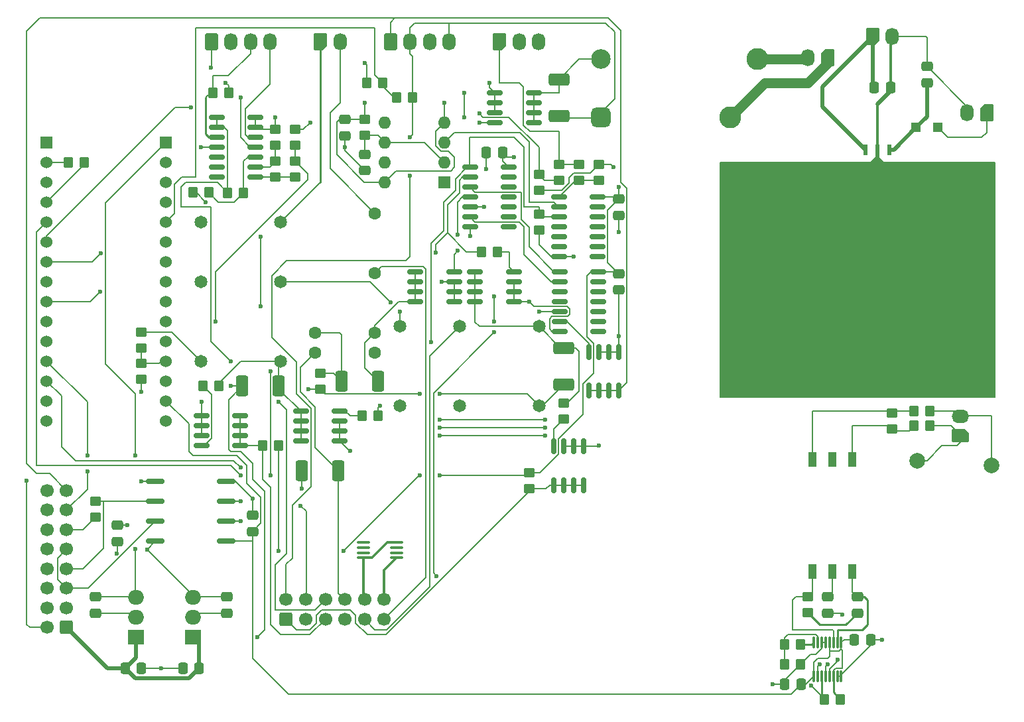
<source format=gbr>
%TF.GenerationSoftware,KiCad,Pcbnew,8.0.3*%
%TF.CreationDate,2025-03-11T00:39:16-07:00*%
%TF.ProjectId,Accumulator_Board,41636375-6d75-46c6-9174-6f725f426f61,3.2*%
%TF.SameCoordinates,Original*%
%TF.FileFunction,Copper,L1,Top*%
%TF.FilePolarity,Positive*%
%FSLAX46Y46*%
G04 Gerber Fmt 4.6, Leading zero omitted, Abs format (unit mm)*
G04 Created by KiCad (PCBNEW 8.0.3) date 2025-03-11 00:39:16*
%MOMM*%
%LPD*%
G01*
G04 APERTURE LIST*
G04 Aperture macros list*
%AMRoundRect*
0 Rectangle with rounded corners*
0 $1 Rounding radius*
0 $2 $3 $4 $5 $6 $7 $8 $9 X,Y pos of 4 corners*
0 Add a 4 corners polygon primitive as box body*
4,1,4,$2,$3,$4,$5,$6,$7,$8,$9,$2,$3,0*
0 Add four circle primitives for the rounded corners*
1,1,$1+$1,$2,$3*
1,1,$1+$1,$4,$5*
1,1,$1+$1,$6,$7*
1,1,$1+$1,$8,$9*
0 Add four rect primitives between the rounded corners*
20,1,$1+$1,$2,$3,$4,$5,0*
20,1,$1+$1,$4,$5,$6,$7,0*
20,1,$1+$1,$6,$7,$8,$9,0*
20,1,$1+$1,$8,$9,$2,$3,0*%
%AMFreePoly0*
4,1,22,0.945671,0.830970,1.026777,0.776777,1.080970,0.695671,1.100000,0.600000,1.100000,-0.600000,1.080970,-0.695671,1.026777,-0.776777,0.945671,-0.830970,0.850000,-0.850000,-0.450000,-0.850000,-0.545671,-0.830970,-0.626777,-0.776777,-1.026777,-0.376777,-1.080970,-0.295671,-1.100000,-0.200000,-1.100000,0.600000,-1.080970,0.695671,-1.026777,0.776777,-0.945671,0.830970,-0.850000,0.850000,
0.850000,0.850000,0.945671,0.830970,0.945671,0.830970,$1*%
G04 Aperture macros list end*
%TA.AperFunction,Conductor*%
%ADD10C,0.200000*%
%TD*%
%TA.AperFunction,EtchedComponent*%
%ADD11C,0.000000*%
%TD*%
%TA.AperFunction,ComponentPad*%
%ADD12RoundRect,0.250000X0.600000X0.600000X-0.600000X0.600000X-0.600000X-0.600000X0.600000X-0.600000X0*%
%TD*%
%TA.AperFunction,ComponentPad*%
%ADD13C,1.700000*%
%TD*%
%TA.AperFunction,SMDPad,CuDef*%
%ADD14RoundRect,0.249999X-0.512501X-1.075001X0.512501X-1.075001X0.512501X1.075001X-0.512501X1.075001X0*%
%TD*%
%TA.AperFunction,SMDPad,CuDef*%
%ADD15RoundRect,0.250000X0.450000X-0.350000X0.450000X0.350000X-0.450000X0.350000X-0.450000X-0.350000X0*%
%TD*%
%TA.AperFunction,ComponentPad*%
%ADD16R,1.530000X1.530000*%
%TD*%
%TA.AperFunction,ComponentPad*%
%ADD17C,1.530000*%
%TD*%
%TA.AperFunction,ComponentPad*%
%ADD18FreePoly0,180.000000*%
%TD*%
%TA.AperFunction,ComponentPad*%
%ADD19O,2.200000X1.700000*%
%TD*%
%TA.AperFunction,SMDPad,CuDef*%
%ADD20RoundRect,0.250000X0.350000X0.450000X-0.350000X0.450000X-0.350000X-0.450000X0.350000X-0.450000X0*%
%TD*%
%TA.AperFunction,SMDPad,CuDef*%
%ADD21RoundRect,0.250000X0.337500X0.475000X-0.337500X0.475000X-0.337500X-0.475000X0.337500X-0.475000X0*%
%TD*%
%TA.AperFunction,SMDPad,CuDef*%
%ADD22RoundRect,0.250000X-0.350000X-0.450000X0.350000X-0.450000X0.350000X0.450000X-0.350000X0.450000X0*%
%TD*%
%TA.AperFunction,SMDPad,CuDef*%
%ADD23RoundRect,0.150000X-0.150000X0.825000X-0.150000X-0.825000X0.150000X-0.825000X0.150000X0.825000X0*%
%TD*%
%TA.AperFunction,ComponentPad*%
%ADD24C,2.000000*%
%TD*%
%TA.AperFunction,SMDPad,CuDef*%
%ADD25RoundRect,0.249999X0.512501X1.075001X-0.512501X1.075001X-0.512501X-1.075001X0.512501X-1.075001X0*%
%TD*%
%TA.AperFunction,SMDPad,CuDef*%
%ADD26RoundRect,0.250000X-0.450000X0.350000X-0.450000X-0.350000X0.450000X-0.350000X0.450000X0.350000X0*%
%TD*%
%TA.AperFunction,SMDPad,CuDef*%
%ADD27RoundRect,0.249999X1.075001X-0.512501X1.075001X0.512501X-1.075001X0.512501X-1.075001X-0.512501X0*%
%TD*%
%TA.AperFunction,ComponentPad*%
%ADD28RoundRect,0.250000X0.600000X-0.850000X0.600000X0.850000X-0.600000X0.850000X-0.600000X-0.850000X0*%
%TD*%
%TA.AperFunction,ComponentPad*%
%ADD29O,1.700000X2.200000*%
%TD*%
%TA.AperFunction,SMDPad,CuDef*%
%ADD30R,0.533400X1.397000*%
%TD*%
%TA.AperFunction,ComponentPad*%
%ADD31C,1.608074*%
%TD*%
%TA.AperFunction,SMDPad,CuDef*%
%ADD32RoundRect,0.250000X-0.475000X0.337500X-0.475000X-0.337500X0.475000X-0.337500X0.475000X0.337500X0*%
%TD*%
%TA.AperFunction,ComponentPad*%
%ADD33C,1.651000*%
%TD*%
%TA.AperFunction,ComponentPad*%
%ADD34R,2.000000X1.905000*%
%TD*%
%TA.AperFunction,ComponentPad*%
%ADD35O,2.000000X1.905000*%
%TD*%
%TA.AperFunction,SMDPad,CuDef*%
%ADD36RoundRect,0.150000X-0.825000X-0.150000X0.825000X-0.150000X0.825000X0.150000X-0.825000X0.150000X0*%
%TD*%
%TA.AperFunction,SMDPad,CuDef*%
%ADD37RoundRect,0.150000X0.825000X0.150000X-0.825000X0.150000X-0.825000X-0.150000X0.825000X-0.150000X0*%
%TD*%
%TA.AperFunction,SMDPad,CuDef*%
%ADD38RoundRect,0.250000X0.475000X-0.337500X0.475000X0.337500X-0.475000X0.337500X-0.475000X-0.337500X0*%
%TD*%
%TA.AperFunction,ComponentPad*%
%ADD39FreePoly0,90.000000*%
%TD*%
%TA.AperFunction,SMDPad,CuDef*%
%ADD40RoundRect,0.250000X-0.337500X-0.475000X0.337500X-0.475000X0.337500X0.475000X-0.337500X0.475000X0*%
%TD*%
%TA.AperFunction,SMDPad,CuDef*%
%ADD41RoundRect,0.075000X0.075000X-0.650000X0.075000X0.650000X-0.075000X0.650000X-0.075000X-0.650000X0*%
%TD*%
%TA.AperFunction,ComponentPad*%
%ADD42RoundRect,0.625000X-0.625000X-0.625000X0.625000X-0.625000X0.625000X0.625000X-0.625000X0.625000X0*%
%TD*%
%TA.AperFunction,ComponentPad*%
%ADD43C,2.800000*%
%TD*%
%TA.AperFunction,ComponentPad*%
%ADD44C,2.500000*%
%TD*%
%TA.AperFunction,ComponentPad*%
%ADD45R,1.600000X1.600000*%
%TD*%
%TA.AperFunction,ComponentPad*%
%ADD46O,1.600000X1.600000*%
%TD*%
%TA.AperFunction,SMDPad,CuDef*%
%ADD47RoundRect,0.100000X0.712500X0.100000X-0.712500X0.100000X-0.712500X-0.100000X0.712500X-0.100000X0*%
%TD*%
%TA.AperFunction,SMDPad,CuDef*%
%ADD48R,1.200000X1.200000*%
%TD*%
%TA.AperFunction,SMDPad,CuDef*%
%ADD49RoundRect,0.162500X1.012500X0.162500X-1.012500X0.162500X-1.012500X-0.162500X1.012500X-0.162500X0*%
%TD*%
%TA.AperFunction,ComponentPad*%
%ADD50FreePoly0,270.000000*%
%TD*%
%TA.AperFunction,SMDPad,CuDef*%
%ADD51R,1.020000X1.890000*%
%TD*%
%TA.AperFunction,ComponentPad*%
%ADD52RoundRect,0.250000X0.600000X-0.600000X0.600000X0.600000X-0.600000X0.600000X-0.600000X-0.600000X0*%
%TD*%
%TA.AperFunction,ViaPad*%
%ADD53C,0.600000*%
%TD*%
%TA.AperFunction,Conductor*%
%ADD54C,1.250000*%
%TD*%
%TA.AperFunction,Conductor*%
%ADD55C,0.250000*%
%TD*%
%TA.AperFunction,Conductor*%
%ADD56C,0.500000*%
%TD*%
%TA.AperFunction,Conductor*%
%ADD57C,0.300000*%
%TD*%
G04 APERTURE END LIST*
%TO.N,/TS-*%
D10*
X112040000Y-41275000D02*
X147040000Y-41275000D01*
X147040000Y-71275000D01*
X112040000Y-71275000D01*
X112040000Y-41275000D01*
%TA.AperFunction,Conductor*%
G36*
X112040000Y-41275000D02*
G01*
X147040000Y-41275000D01*
X147040000Y-71275000D01*
X112040000Y-71275000D01*
X112040000Y-41275000D01*
G37*
%TD.AperFunction*%
D11*
%TA.AperFunction,EtchedComponent*%
%TD*%
%TO.C,U15*%
G36*
X132346700Y-40576500D02*
G01*
X132880100Y-41084500D01*
X132880100Y-43751500D01*
X132492750Y-43751500D01*
X131667250Y-43751500D01*
X131279900Y-43751500D01*
X131279900Y-41084500D01*
X131813300Y-40576500D01*
X131813300Y-40055800D01*
X132346700Y-40055800D01*
X132346700Y-40576500D01*
G37*
%TD.AperFunction*%
D12*
%TO.P,J11,1,Pin_1*%
%TO.N,+12V*%
X28575000Y-100685000D03*
D13*
%TO.P,J11,2,Pin_2*%
%TO.N,GND*%
X28575000Y-98185000D03*
%TO.P,J11,3,Pin_3*%
%TO.N,/CAN_H1*%
X28575000Y-95685000D03*
%TO.P,J11,4,Pin_4*%
%TO.N,/CAN_L1*%
X28575000Y-93185000D03*
%TO.P,J11,5,Pin_5*%
%TO.N,/CAN_H1*%
X28575000Y-90685000D03*
%TO.P,J11,6,Pin_6*%
%TO.N,/CAN_L_RES1*%
X28575000Y-88185000D03*
%TO.P,J11,7,Pin_7*%
%TO.N,/Fan_PWM*%
X28575000Y-85685000D03*
%TO.P,J11,8,Pin_8*%
%TO.N,/IR+_GND*%
X28575000Y-83185000D03*
%TO.P,J11,9,Pin_9*%
%TO.N,/Charge_State*%
X26075000Y-100685000D03*
%TO.P,J11,10,Pin_10*%
%TO.N,unconnected-(J11-Pin_10-Pad10)*%
X26075000Y-98185000D03*
%TO.P,J11,11,Pin_11*%
%TO.N,unconnected-(J11-Pin_11-Pad11)*%
X26075000Y-95685000D03*
%TO.P,J11,12,Pin_12*%
%TO.N,unconnected-(J11-Pin_12-Pad12)*%
X26075000Y-93185000D03*
%TO.P,J11,13,Pin_13*%
%TO.N,unconnected-(J11-Pin_13-Pad13)*%
X26075000Y-90685000D03*
%TO.P,J11,14,Pin_14*%
%TO.N,unconnected-(J11-Pin_14-Pad14)*%
X26075000Y-88185000D03*
%TO.P,J11,15,Pin_15*%
%TO.N,unconnected-(J11-Pin_15-Pad15)*%
X26075000Y-85685000D03*
%TO.P,J11,16,Pin_16*%
%TO.N,unconnected-(J11-Pin_16-Pad16)*%
X26075000Y-83185000D03*
%TD*%
D14*
%TO.P,D5,1,K*%
%TO.N,Net-(D5-K)*%
X63702500Y-69215000D03*
%TO.P,D5,2,A*%
%TO.N,/LATCH_RL*%
X68377500Y-69215000D03*
%TD*%
D15*
%TO.P,R3,1*%
%TO.N,/Amp_Curr_Sensor*%
X57785000Y-39100000D03*
%TO.P,R3,2*%
%TO.N,GND*%
X57785000Y-37100000D03*
%TD*%
D16*
%TO.P,U2,CN3_1,PA9*%
%TO.N,unconnected-(U2A-PA9-PadCN3_1)*%
X26035000Y-38735000D03*
D17*
%TO.P,U2,CN3_2,PA10*%
%TO.N,/Charge_State*%
X26035000Y-41275000D03*
%TO.P,U2,CN3_3,NRST*%
%TO.N,unconnected-(U2A-NRST-PadCN3_3)*%
X26035000Y-43815000D03*
%TO.P,U2,CN3_4,GND*%
%TO.N,GND*%
X26035000Y-46355000D03*
%TO.P,U2,CN3_5,PA12*%
%TO.N,/CAN1_TD*%
X26035000Y-48895000D03*
%TO.P,U2,CN3_6,PB0*%
%TO.N,/IMD_Status*%
X26035000Y-51435000D03*
%TO.P,U2,CN3_7,PB7*%
%TO.N,/BMS_FAULT_3.3V*%
X26035000Y-53975000D03*
%TO.P,U2,CN3_8,PB6*%
%TO.N,unconnected-(U2A-PB6-PadCN3_8)*%
X26035000Y-56515000D03*
%TO.P,U2,CN3_9,PB1*%
%TO.N,/Precharge_Control*%
X26035000Y-59055000D03*
%TO.P,U2,CN3_10,D7*%
%TO.N,unconnected-(U2A-D7-PadCN3_10)*%
X26035000Y-61595000D03*
%TO.P,U2,CN3_11,D8*%
%TO.N,unconnected-(U2A-D8-PadCN3_11)*%
X26035000Y-64135000D03*
%TO.P,U2,CN3_12,PA8*%
%TO.N,/Fan_PWM*%
X26035000Y-66675000D03*
%TO.P,U2,CN3_13,PA11*%
%TO.N,/CAN1_RD*%
X26035000Y-69215000D03*
%TO.P,U2,CN3_14,PB5*%
%TO.N,/MOSI*%
X26035000Y-71755000D03*
%TO.P,U2,CN3_15,PB4*%
%TO.N,/MISO*%
X26035000Y-74295000D03*
D16*
%TO.P,U2,CN4_1,VIN*%
%TO.N,+9V*%
X41275000Y-38735000D03*
D17*
%TO.P,U2,CN4_2,GND*%
%TO.N,GND*%
X41275000Y-41275000D03*
%TO.P,U2,CN4_3,NRST*%
%TO.N,unconnected-(U2A-NRST-PadCN4_3)*%
X41275000Y-43815000D03*
%TO.P,U2,CN4_4,5V*%
%TO.N,unconnected-(U2A-5V-PadCN4_4)*%
X41275000Y-46355000D03*
%TO.P,U2,CN4_5,PA2*%
%TO.N,/Shutdown_Measure*%
X41275000Y-48895000D03*
%TO.P,U2,CN4_6,PA7*%
%TO.N,unconnected-(U2A-PA7-PadCN4_6)*%
X41275000Y-51435000D03*
%TO.P,U2,CN4_7,PA6*%
%TO.N,unconnected-(U2A-PA6-PadCN4_7)*%
X41275000Y-53975000D03*
%TO.P,U2,CN4_8,PA5*%
%TO.N,unconnected-(U2A-PA5-PadCN4_8)*%
X41275000Y-56515000D03*
%TO.P,U2,CN4_9,PA4*%
%TO.N,/BMS_CS*%
X41275000Y-59055000D03*
%TO.P,U2,CN4_10,PA3*%
%TO.N,/Amp_Curr_Sensor*%
X41275000Y-61595000D03*
%TO.P,U2,CN4_11,PA1*%
%TO.N,unconnected-(U2A-PA1-PadCN4_11)*%
X41275000Y-64135000D03*
%TO.P,U2,CN4_12,PA0*%
%TO.N,/GLV Voltage*%
X41275000Y-66675000D03*
%TO.P,U2,CN4_13,AREF*%
%TO.N,unconnected-(U2A-AREF-PadCN4_13)*%
X41275000Y-69215000D03*
%TO.P,U2,CN4_14,3V3*%
%TO.N,+3.3V*%
X41275000Y-71755000D03*
%TO.P,U2,CN4_15,PB3*%
%TO.N,/CLK*%
X41275000Y-74295000D03*
%TD*%
D15*
%TO.P,R28,1*%
%TO.N,Net-(CR4-G)*%
X92075000Y-74025000D03*
%TO.P,R28,2*%
%TO.N,/BMS_RL*%
X92075000Y-72025000D03*
%TD*%
D18*
%TO.P,J5,1,1*%
%TO.N,/Iso SPI/extIsoSPI_N*%
X142715000Y-76180000D03*
D19*
%TO.P,J5,2,2*%
%TO.N,/Iso SPI/extIsoSPI_P*%
X142715000Y-73680000D03*
%TD*%
D20*
%TO.P,R15,1*%
%TO.N,/Iso SPI/extIsoSPI_P*%
X138795000Y-73025000D03*
%TO.P,R15,2*%
%TO.N,Net-(L1-Pad3)*%
X136795000Y-73025000D03*
%TD*%
D21*
%TO.P,C10,1*%
%TO.N,+12V*%
X45487500Y-105918000D03*
%TO.P,C10,2*%
%TO.N,GND*%
X43412500Y-105918000D03*
%TD*%
D22*
%TO.P,R32,1*%
%TO.N,Net-(CR5-G)*%
X45990000Y-69850000D03*
%TO.P,R32,2*%
%TO.N,/IMD_RL*%
X47990000Y-69850000D03*
%TD*%
D23*
%TO.P,CR4,1,S*%
%TO.N,GND*%
X94615000Y-77535000D03*
%TO.P,CR4,2,S*%
X93345000Y-77535000D03*
%TO.P,CR4,3,S*%
X92075000Y-77535000D03*
%TO.P,CR4,4,G*%
%TO.N,Net-(CR4-G)*%
X90805000Y-77535000D03*
%TO.P,CR4,5,D*%
%TO.N,/BMS_LED_Control*%
X90805000Y-82485000D03*
%TO.P,CR4,6,D*%
X92075000Y-82485000D03*
%TO.P,CR4,7,D*%
X93345000Y-82485000D03*
%TO.P,CR4,8,D*%
X94615000Y-82485000D03*
%TD*%
D24*
%TO.P,TP2,1,1*%
%TO.N,/Iso SPI/extIsoSPI_N*%
X137160000Y-79375000D03*
%TD*%
D15*
%TO.P,R36,1*%
%TO.N,/GLV Voltage*%
X38100000Y-64992000D03*
%TO.P,R36,2*%
%TO.N,+12V*%
X38100000Y-62992000D03*
%TD*%
%TO.P,R27,1*%
%TO.N,Net-(R26-Pad2)*%
X96520000Y-43545000D03*
%TO.P,R27,2*%
%TO.N,GND*%
X96520000Y-41545000D03*
%TD*%
D20*
%TO.P,R7,1*%
%TO.N,Net-(U5A-+)*%
X51165000Y-45161200D03*
%TO.P,R7,2*%
%TO.N,/Current_Vout*%
X49165000Y-45161200D03*
%TD*%
D21*
%TO.P,C5,1*%
%TO.N,+3.3V*%
X122322500Y-107950000D03*
%TO.P,C5,2*%
%TO.N,GND*%
X120247500Y-107950000D03*
%TD*%
D22*
%TO.P,R9,1*%
%TO.N,/Raw_Curr_Out*%
X47260000Y-32385000D03*
%TO.P,R9,2*%
%TO.N,GND*%
X49260000Y-32385000D03*
%TD*%
%TO.P,R11,1*%
%TO.N,/Iso SPI/ICMP*%
X120285000Y-102870000D03*
%TO.P,R11,2*%
%TO.N,/Iso SPI/IBIAS*%
X122285000Y-102870000D03*
%TD*%
D25*
%TO.P,D6,1,K*%
%TO.N,/SH_RESET*%
X63297500Y-80645000D03*
%TO.P,D6,2,A*%
%TO.N,GND*%
X58622500Y-80645000D03*
%TD*%
D26*
%TO.P,R14,1*%
%TO.N,Net-(L1-Pad3)*%
X133985000Y-73295000D03*
%TO.P,R14,2*%
%TO.N,Net-(L1-Pad1)*%
X133985000Y-75295000D03*
%TD*%
D22*
%TO.P,R6,1*%
%TO.N,GND*%
X44720000Y-45110400D03*
%TO.P,R6,2*%
%TO.N,Net-(U5A-+)*%
X46720000Y-45110400D03*
%TD*%
D27*
%TO.P,D7,1,K*%
%TO.N,/IR+_12V*%
X91440000Y-35357500D03*
%TO.P,D7,2,A*%
%TO.N,Net-(D7-A)*%
X91440000Y-30682500D03*
%TD*%
D28*
%TO.P,J7,1,1*%
%TO.N,/IR+_GND*%
X69910000Y-25875000D03*
D29*
%TO.P,J7,2,2*%
%TO.N,/IR+_12V*%
X72410000Y-25875000D03*
%TO.P,J7,3,3*%
%TO.N,GND*%
X74910000Y-25875000D03*
%TO.P,J7,4,4*%
%TO.N,/IR+_12V*%
X77410000Y-25875000D03*
%TD*%
D30*
%TO.P,U15,1,VI*%
%TO.N,Net-(D8-A)*%
X133580000Y-39649400D03*
%TO.P,U15,2,GND*%
%TO.N,/TS-*%
X132080000Y-39649400D03*
%TO.P,U15,3,VO*%
%TO.N,/HVIL*%
X130580000Y-39649400D03*
%TD*%
D31*
%TO.P,K4,1*%
%TO.N,GND*%
X67945000Y-65571000D03*
%TO.P,K4,2*%
%TO.N,/LATCH_RL*%
X67945000Y-63031000D03*
%TO.P,K4,3*%
%TO.N,/Shutdown_ACC_Out*%
X67945000Y-55411000D03*
%TO.P,K4,4*%
%TO.N,/Shutdown_ACC_IL_TP*%
X67945000Y-47791000D03*
%TO.P,K4,5*%
%TO.N,Net-(D5-K)*%
X60325000Y-63031000D03*
%TO.P,K4,6*%
%TO.N,/SH_RESET*%
X60325000Y-65571000D03*
%TD*%
D32*
%TO.P,C17,1*%
%TO.N,Net-(U12-THR)*%
X66675000Y-40237500D03*
%TO.P,C17,2*%
%TO.N,GND*%
X66675000Y-42312500D03*
%TD*%
D20*
%TO.P,R33,1*%
%TO.N,+5V*%
X55610000Y-77470000D03*
%TO.P,R33,2*%
%TO.N,/IMD_LED_Control*%
X53610000Y-77470000D03*
%TD*%
D33*
%TO.P,K3,1,-*%
%TO.N,/IMD_RL*%
X55880000Y-66675000D03*
%TO.P,K3,3*%
%TO.N,/Shutdown_ACC_BMS_TP*%
X55880000Y-56515000D03*
%TO.P,K3,4*%
%TO.N,/Shutdown_ACC_IMD_TP*%
X55880000Y-48895000D03*
%TO.P,K3,5*%
%TO.N,unconnected-(K3-Pad5)*%
X45720000Y-48895000D03*
%TO.P,K3,6*%
%TO.N,unconnected-(K3-Pad6)*%
X45720000Y-56515000D03*
%TO.P,K3,8,+*%
%TO.N,+12V*%
X45720000Y-66675000D03*
%TD*%
D34*
%TO.P,U9,1,IN*%
%TO.N,+12V*%
X44760000Y-101895000D03*
D35*
%TO.P,U9,2,GND*%
%TO.N,GND*%
X44760000Y-99355000D03*
%TO.P,U9,3,OUT*%
%TO.N,+5V*%
X44760000Y-96815000D03*
%TD*%
D36*
%TO.P,CR5,1,S*%
%TO.N,GND*%
X45785000Y-73660000D03*
%TO.P,CR5,2,S*%
X45785000Y-74930000D03*
%TO.P,CR5,3,S*%
X45785000Y-76200000D03*
%TO.P,CR5,4,G*%
%TO.N,Net-(CR5-G)*%
X45785000Y-77470000D03*
%TO.P,CR5,5,D*%
%TO.N,/IMD_LED_Control*%
X50735000Y-77470000D03*
%TO.P,CR5,6,D*%
X50735000Y-76200000D03*
%TO.P,CR5,7,D*%
X50735000Y-74930000D03*
%TO.P,CR5,8,D*%
X50735000Y-73660000D03*
%TD*%
D26*
%TO.P,R29,1*%
%TO.N,+5V*%
X87630000Y-80915000D03*
%TO.P,R29,2*%
%TO.N,/BMS_LED_Control*%
X87630000Y-82915000D03*
%TD*%
D37*
%TO.P,CR1,1,S*%
%TO.N,GND*%
X63435000Y-76835000D03*
%TO.P,CR1,2,S*%
X63435000Y-75565000D03*
%TO.P,CR1,3,S*%
X63435000Y-74295000D03*
%TO.P,CR1,4,G*%
%TO.N,Net-(CR1-G)*%
X63435000Y-73025000D03*
%TO.P,CR1,5,D*%
%TO.N,/IMD_RL*%
X58485000Y-73025000D03*
%TO.P,CR1,6,D*%
X58485000Y-74295000D03*
%TO.P,CR1,7,D*%
X58485000Y-75565000D03*
%TO.P,CR1,8,D*%
X58485000Y-76835000D03*
%TD*%
D27*
%TO.P,D2,1,K*%
%TO.N,+12V*%
X92075000Y-69647500D03*
%TO.P,D2,2,A*%
%TO.N,/BMS_RL*%
X92075000Y-64972500D03*
%TD*%
D20*
%TO.P,R18,1*%
%TO.N,/Shutdown_Measure*%
X68945000Y-31115000D03*
%TO.P,R18,2*%
%TO.N,GND*%
X66945000Y-31115000D03*
%TD*%
D15*
%TO.P,R21,1*%
%TO.N,GND*%
X88900000Y-44815000D03*
%TO.P,R21,2*%
%TO.N,/IMD_Status*%
X88900000Y-42815000D03*
%TD*%
D38*
%TO.P,C22,1*%
%TO.N,GND*%
X99060000Y-48027500D03*
%TO.P,C22,2*%
%TO.N,+5V*%
X99060000Y-45952500D03*
%TD*%
D39*
%TO.P,J6,1,1*%
%TO.N,/Shutdown_ACC_IMD_TP*%
X60980000Y-25875000D03*
D29*
%TO.P,J6,2,2*%
%TO.N,/Shutdown_ACC_IL_TP*%
X63480000Y-25875000D03*
%TD*%
D40*
%TO.P,C6,1*%
%TO.N,+3.3V*%
X129137500Y-102235000D03*
%TO.P,C6,2*%
%TO.N,GND*%
X131212500Y-102235000D03*
%TD*%
D15*
%TO.P,R5,1*%
%TO.N,Net-(R4-Pad2)*%
X55245000Y-43130000D03*
%TO.P,R5,2*%
%TO.N,Net-(U5A--)*%
X55245000Y-41130000D03*
%TD*%
D20*
%TO.P,R16,1*%
%TO.N,/Iso SPI/extIsoSPI_N*%
X138795000Y-74930000D03*
%TO.P,R16,2*%
%TO.N,Net-(L1-Pad1)*%
X136795000Y-74930000D03*
%TD*%
%TO.P,R12,1*%
%TO.N,GND*%
X122285000Y-105410000D03*
%TO.P,R12,2*%
%TO.N,/Iso SPI/ICMP*%
X120285000Y-105410000D03*
%TD*%
D33*
%TO.P,K1,1,-*%
%TO.N,/BMS_RL*%
X88887300Y-62230000D03*
%TO.P,K1,3*%
%TO.N,/Shutdown_ACC_In*%
X78727300Y-62230000D03*
%TO.P,K1,4*%
%TO.N,/Shutdown_ACC_BMS_TP*%
X71107300Y-62230000D03*
%TO.P,K1,5*%
%TO.N,unconnected-(K1-Pad5)*%
X71107300Y-72390000D03*
%TO.P,K1,6*%
%TO.N,unconnected-(K1-Pad6)*%
X78727300Y-72390000D03*
%TO.P,K1,8,+*%
%TO.N,+12V*%
X88887300Y-72390000D03*
%TD*%
D28*
%TO.P,J4,1,1*%
%TO.N,+5V*%
X47050000Y-25875000D03*
D29*
%TO.P,J4,2,2*%
%TO.N,GND*%
X49550000Y-25875000D03*
%TO.P,J4,3,3*%
%TO.N,/Raw_Curr_Out*%
X52050000Y-25875000D03*
%TO.P,J4,4,4*%
%TO.N,/Raw_Curr_VRef*%
X54550000Y-25875000D03*
%TD*%
D39*
%TO.P,J1,1,1*%
%TO.N,/IMD_FAULT_12V*%
X83840000Y-25875000D03*
D29*
%TO.P,J1,2,2*%
%TO.N,+12V*%
X86340000Y-25875000D03*
%TO.P,J1,3,3*%
%TO.N,GND*%
X88840000Y-25875000D03*
%TD*%
D41*
%TO.P,U8,1,EN*%
%TO.N,+3.3V*%
X123980000Y-106925000D03*
%TO.P,U8,2,MOSI*%
%TO.N,/MOSI*%
X124480000Y-106925000D03*
%TO.P,U8,3,MISO*%
%TO.N,/MISO*%
X124980000Y-106925000D03*
%TO.P,U8,4,SCK*%
%TO.N,/CLK*%
X125480000Y-106925000D03*
%TO.P,U8,5,CS*%
%TO.N,/BMS_CS*%
X125980000Y-106925000D03*
%TO.P,U8,6,V_DDS*%
%TO.N,+3.3V*%
X126480000Y-106925000D03*
%TO.P,U8,7,POL*%
%TO.N,GND*%
X126980000Y-106925000D03*
%TO.P,U8,8,PHA*%
X127480000Y-106925000D03*
%TO.P,U8,9,V_DD*%
%TO.N,+3.3V*%
X127480000Y-102625000D03*
%TO.P,U8,10,IM*%
%TO.N,/Iso SPI/isoSPI_-*%
X126980000Y-102625000D03*
%TO.P,U8,11,IP*%
%TO.N,/Iso SPI/isoSPI_+*%
X126480000Y-102625000D03*
%TO.P,U8,12,MSTR*%
%TO.N,+3.3V*%
X125980000Y-102625000D03*
%TO.P,U8,13,SLOW*%
%TO.N,GND*%
X125480000Y-102625000D03*
%TO.P,U8,14,GND*%
X124980000Y-102625000D03*
%TO.P,U8,15,ICMP*%
%TO.N,/Iso SPI/ICMP*%
X124480000Y-102625000D03*
%TO.P,U8,16,IBIAS*%
%TO.N,/Iso SPI/IBIAS*%
X123980000Y-102625000D03*
%TD*%
D40*
%TO.P,C18,1*%
%TO.N,GND*%
X82147500Y-40005000D03*
%TO.P,C18,2*%
%TO.N,+5V*%
X84222500Y-40005000D03*
%TD*%
D37*
%TO.P,CR3,1,S*%
%TO.N,GND*%
X85660000Y-59055000D03*
%TO.P,CR3,2,S*%
X85660000Y-57785000D03*
%TO.P,CR3,3,S*%
X85660000Y-56515000D03*
%TO.P,CR3,4,G*%
%TO.N,Net-(CR3-G)*%
X85660000Y-55245000D03*
%TO.P,CR3,5,D*%
%TO.N,/BMS_RL*%
X80710000Y-55245000D03*
%TO.P,CR3,6,D*%
X80710000Y-56515000D03*
%TO.P,CR3,7,D*%
X80710000Y-57785000D03*
%TO.P,CR3,8,D*%
X80710000Y-59055000D03*
%TD*%
D20*
%TO.P,R30,1*%
%TO.N,Net-(CR3-G)*%
X83550000Y-52705000D03*
%TO.P,R30,2*%
%TO.N,/BMS_FAULT_3.3V*%
X81550000Y-52705000D03*
%TD*%
D42*
%TO.P,K2,1*%
%TO.N,/IR+_12V*%
X96784000Y-35560000D03*
D43*
%TO.P,K2,2*%
%TO.N,Net-(J8-Pad1)*%
X113284000Y-35560000D03*
%TO.P,K2,3*%
%TO.N,Net-(J8-Pad2)*%
X116784000Y-28060000D03*
D44*
%TO.P,K2,4*%
%TO.N,Net-(D7-A)*%
X96784000Y-28060000D03*
%TD*%
D37*
%TO.P,CR2,1,S*%
%TO.N,GND*%
X78040000Y-59055000D03*
%TO.P,CR2,2,S*%
X78040000Y-57785000D03*
%TO.P,CR2,3,S*%
X78040000Y-56515000D03*
%TO.P,CR2,4,G*%
%TO.N,Net-(CR2-G)*%
X78040000Y-55245000D03*
%TO.P,CR2,5,D*%
%TO.N,/LATCH_RL*%
X73090000Y-55245000D03*
%TO.P,CR2,6,D*%
X73090000Y-56515000D03*
%TO.P,CR2,7,D*%
X73090000Y-57785000D03*
%TO.P,CR2,8,D*%
X73090000Y-59055000D03*
%TD*%
D22*
%TO.P,R10,1*%
%TO.N,/MISO*%
X125365000Y-109855000D03*
%TO.P,R10,2*%
%TO.N,+3.3V*%
X127365000Y-109855000D03*
%TD*%
D32*
%TO.P,C1,1*%
%TO.N,GND*%
X35052000Y-87608500D03*
%TO.P,C1,2*%
%TO.N,+5V*%
X35052000Y-89683500D03*
%TD*%
D36*
%TO.P,U7,1*%
%TO.N,/IMD_DELAY*%
X80075000Y-41910000D03*
%TO.P,U7,2*%
%TO.N,/BMS_FAULT_3.3V*%
X80075000Y-43180000D03*
%TO.P,U7,3*%
%TO.N,Net-(U16-Pad1)*%
X80075000Y-44450000D03*
%TO.P,U7,4*%
%TO.N,Net-(CR2-G)*%
X80075000Y-45720000D03*
%TO.P,U7,5*%
%TO.N,/BSPD_FAULT_5V*%
X80075000Y-46990000D03*
%TO.P,U7,6*%
%TO.N,/TSSI_TP*%
X80075000Y-48260000D03*
%TO.P,U7,7,GND*%
%TO.N,GND*%
X80075000Y-49530000D03*
%TO.P,U7,8*%
%TO.N,N/C*%
X85025000Y-49530000D03*
%TO.P,U7,9*%
X85025000Y-48260000D03*
%TO.P,U7,10*%
X85025000Y-46990000D03*
%TO.P,U7,11*%
X85025000Y-45720000D03*
%TO.P,U7,12*%
X85025000Y-44450000D03*
%TO.P,U7,13*%
X85025000Y-43180000D03*
%TO.P,U7,14,VCC*%
%TO.N,+5V*%
X85025000Y-41910000D03*
%TD*%
D14*
%TO.P,D4,1,K*%
%TO.N,+12V*%
X51002500Y-69850000D03*
%TO.P,D4,2,A*%
%TO.N,/IMD_RL*%
X55677500Y-69850000D03*
%TD*%
D38*
%TO.P,C9,1*%
%TO.N,GND*%
X99060000Y-57552500D03*
%TO.P,C9,2*%
%TO.N,+5V*%
X99060000Y-55477500D03*
%TD*%
D23*
%TO.P,Q1,1,S*%
%TO.N,GND*%
X99060000Y-65470000D03*
%TO.P,Q1,2,S*%
X97790000Y-65470000D03*
%TO.P,Q1,3,S*%
X96520000Y-65470000D03*
%TO.P,Q1,4,G*%
%TO.N,Net-(Q1-G)*%
X95250000Y-65470000D03*
%TO.P,Q1,5,D*%
%TO.N,/IR+_GND*%
X95250000Y-70420000D03*
%TO.P,Q1,6,D*%
X96520000Y-70420000D03*
%TO.P,Q1,7,D*%
X97790000Y-70420000D03*
%TO.P,Q1,8,D*%
X99060000Y-70420000D03*
%TD*%
D32*
%TO.P,C8,1*%
%TO.N,Net-(C8-Pad1)*%
X125730000Y-96752500D03*
%TO.P,C8,2*%
%TO.N,GND*%
X125730000Y-98827500D03*
%TD*%
D40*
%TO.P,C11,1*%
%TO.N,+12V*%
X36046500Y-105918000D03*
%TO.P,C11,2*%
%TO.N,GND*%
X38121500Y-105918000D03*
%TD*%
D15*
%TO.P,R35,1*%
%TO.N,GND*%
X38100000Y-68945000D03*
%TO.P,R35,2*%
%TO.N,/GLV Voltage*%
X38100000Y-66945000D03*
%TD*%
D36*
%TO.P,Q2,1,S*%
%TO.N,GND*%
X83250000Y-32385000D03*
%TO.P,Q2,2,S*%
X83250000Y-33655000D03*
%TO.P,Q2,3,S*%
X83250000Y-34925000D03*
%TO.P,Q2,4,G*%
%TO.N,/Precharge_Control*%
X83250000Y-36195000D03*
%TO.P,Q2,5,D*%
%TO.N,Net-(D7-A)*%
X88200000Y-36195000D03*
%TO.P,Q2,6,D*%
X88200000Y-34925000D03*
%TO.P,Q2,7,D*%
X88200000Y-33655000D03*
%TO.P,Q2,8,D*%
X88200000Y-32385000D03*
%TD*%
D32*
%TO.P,C2,1*%
%TO.N,GND*%
X52324000Y-86338500D03*
%TO.P,C2,2*%
%TO.N,+3.3V*%
X52324000Y-88413500D03*
%TD*%
D36*
%TO.P,U16,1*%
%TO.N,Net-(U16-Pad1)*%
X91505000Y-55245000D03*
%TO.P,U16,2*%
%TO.N,/TSSI_TP*%
X91505000Y-56515000D03*
%TO.P,U16,3*%
%TO.N,N/C*%
X91505000Y-57785000D03*
%TO.P,U16,4*%
X91505000Y-59055000D03*
%TO.P,U16,5*%
%TO.N,/Precharge_Control*%
X91505000Y-60325000D03*
%TO.P,U16,6*%
%TO.N,Net-(Q1-G)*%
X91505000Y-61595000D03*
%TO.P,U16,7,VSS*%
%TO.N,GND*%
X91505000Y-62865000D03*
%TO.P,U16,8*%
%TO.N,N/C*%
X96455000Y-62865000D03*
%TO.P,U16,9*%
X96455000Y-61595000D03*
%TO.P,U16,10*%
X96455000Y-60325000D03*
%TO.P,U16,11*%
X96455000Y-59055000D03*
%TO.P,U16,12*%
X96455000Y-57785000D03*
%TO.P,U16,13*%
X96455000Y-56515000D03*
%TO.P,U16,14,VDD*%
%TO.N,+5V*%
X96455000Y-55245000D03*
%TD*%
D15*
%TO.P,R1,1*%
%TO.N,/CAN_L_RES1*%
X32258000Y-86598000D03*
%TO.P,R1,2*%
%TO.N,/CAN_L1*%
X32258000Y-84598000D03*
%TD*%
D20*
%TO.P,R2,1*%
%TO.N,GND*%
X30845000Y-41275000D03*
%TO.P,R2,2*%
%TO.N,/Charge_State*%
X28845000Y-41275000D03*
%TD*%
D37*
%TO.P,U5,1*%
%TO.N,Net-(R4-Pad2)*%
X52690000Y-43130000D03*
%TO.P,U5,2,-*%
%TO.N,Net-(U5A--)*%
X52690000Y-41860000D03*
%TO.P,U5,3,+*%
%TO.N,Net-(U5A-+)*%
X52690000Y-40590000D03*
%TO.P,U5,4,V+*%
%TO.N,+5V*%
X52690000Y-39320000D03*
%TO.P,U5,5,+*%
%TO.N,/Raw_Curr_VRef*%
X52690000Y-38050000D03*
%TO.P,U5,6,-*%
%TO.N,/Current_Vref*%
X52690000Y-36780000D03*
%TO.P,U5,7*%
X52690000Y-35510000D03*
%TO.P,U5,8*%
%TO.N,/Current_Vout*%
X47740000Y-35510000D03*
%TO.P,U5,9,-*%
X47740000Y-36780000D03*
%TO.P,U5,10,+*%
%TO.N,/Raw_Curr_Out*%
X47740000Y-38050000D03*
%TO.P,U5,11,V-*%
%TO.N,GND*%
X47740000Y-39320000D03*
%TO.P,U5,12*%
%TO.N,N/C*%
X47740000Y-40590000D03*
%TO.P,U5,13*%
X47740000Y-41860000D03*
%TO.P,U5,14*%
X47740000Y-43130000D03*
%TD*%
D45*
%TO.P,U12,1,GND*%
%TO.N,GND*%
X76825000Y-43805000D03*
D46*
%TO.P,U12,2,TR*%
%TO.N,Net-(U12-THR)*%
X76825000Y-41265000D03*
%TO.P,U12,3,Q*%
%TO.N,Net-(U12-Q)*%
X76825000Y-38725000D03*
%TO.P,U12,4,R*%
%TO.N,+5V*%
X76825000Y-36185000D03*
%TO.P,U12,5,CV*%
%TO.N,unconnected-(U12-CV-Pad5)*%
X69205000Y-36185000D03*
%TO.P,U12,6,THR*%
%TO.N,Net-(U12-THR)*%
X69205000Y-38725000D03*
%TO.P,U12,7,DIS*%
%TO.N,unconnected-(U12-DIS-Pad7)*%
X69205000Y-41265000D03*
%TO.P,U12,8,VCC*%
%TO.N,+5V*%
X69205000Y-43805000D03*
%TD*%
D39*
%TO.P,J10,1,Pin_1*%
%TO.N,/HVIL*%
X131465000Y-25240000D03*
D29*
%TO.P,J10,2,Pin_2*%
%TO.N,/TS-*%
X133965000Y-25240000D03*
%TD*%
D26*
%TO.P,R19,1*%
%TO.N,/IMD_DELAY*%
X88900000Y-47895000D03*
%TO.P,R19,2*%
%TO.N,GND*%
X88900000Y-49895000D03*
%TD*%
D47*
%TO.P,U6,1,DQ*%
%TO.N,/Temp_Sense_One_Wire*%
X70692500Y-91780000D03*
%TO.P,U6,2,NC*%
%TO.N,unconnected-(U6-NC-Pad2)*%
X70692500Y-91130000D03*
%TO.P,U6,3,NC*%
%TO.N,unconnected-(U6-NC-Pad3)*%
X70692500Y-90480000D03*
%TO.P,U6,4,GND*%
%TO.N,/Temp_Sense_GND*%
X70692500Y-89830000D03*
%TO.P,U6,5,NC*%
%TO.N,unconnected-(U6-NC-Pad5)*%
X66467500Y-89830000D03*
%TO.P,U6,6,NC*%
%TO.N,unconnected-(U6-NC-Pad6)*%
X66467500Y-90480000D03*
%TO.P,U6,7,NC*%
%TO.N,unconnected-(U6-NC-Pad7)*%
X66467500Y-91130000D03*
%TO.P,U6,8,V_{DD}*%
%TO.N,/Temp_Sense_GND*%
X66467500Y-91780000D03*
%TD*%
D26*
%TO.P,R4,1*%
%TO.N,/Amp_Curr_Sensor*%
X57785000Y-41130000D03*
%TO.P,R4,2*%
%TO.N,Net-(R4-Pad2)*%
X57785000Y-43130000D03*
%TD*%
D48*
%TO.P,D8,1,K*%
%TO.N,/TS+*%
X139830000Y-36830000D03*
%TO.P,D8,2,A*%
%TO.N,Net-(D8-A)*%
X137030000Y-36830000D03*
%TD*%
D15*
%TO.P,R8,1*%
%TO.N,Net-(U5A--)*%
X55245000Y-39100000D03*
%TO.P,R8,2*%
%TO.N,/Current_Vref*%
X55245000Y-37100000D03*
%TD*%
D32*
%TO.P,C14,1*%
%TO.N,+5V*%
X49022000Y-96752500D03*
%TO.P,C14,2*%
%TO.N,GND*%
X49022000Y-98827500D03*
%TD*%
D15*
%TO.P,R22,1*%
%TO.N,+12V*%
X60960000Y-70215000D03*
%TO.P,R22,2*%
%TO.N,Net-(D5-K)*%
X60960000Y-68215000D03*
%TD*%
D34*
%TO.P,U10,1,VI*%
%TO.N,+12V*%
X37465000Y-101895000D03*
D35*
%TO.P,U10,2,GND*%
%TO.N,GND*%
X37465000Y-99355000D03*
%TO.P,U10,3,VO*%
%TO.N,+9V*%
X37465000Y-96815000D03*
%TD*%
D36*
%TO.P,U4,1*%
%TO.N,Net-(R26-Pad2)*%
X91440000Y-45720000D03*
%TO.P,U4,2*%
%TO.N,Net-(U12-Q)*%
X91440000Y-46990000D03*
%TO.P,U4,3*%
%TO.N,/IMD_DELAY*%
X91440000Y-48260000D03*
%TO.P,U4,4*%
%TO.N,N/C*%
X91440000Y-49530000D03*
%TO.P,U4,5*%
X91440000Y-50800000D03*
%TO.P,U4,6*%
X91440000Y-52070000D03*
%TO.P,U4,7,GND*%
%TO.N,GND*%
X91440000Y-53340000D03*
%TO.P,U4,8*%
%TO.N,N/C*%
X96390000Y-53340000D03*
%TO.P,U4,9*%
X96390000Y-52070000D03*
%TO.P,U4,10*%
X96390000Y-50800000D03*
%TO.P,U4,11*%
X96390000Y-49530000D03*
%TO.P,U4,12*%
X96390000Y-48260000D03*
%TO.P,U4,13*%
X96390000Y-46990000D03*
%TO.P,U4,14,VCC*%
%TO.N,+5V*%
X96390000Y-45720000D03*
%TD*%
D26*
%TO.P,R26,1*%
%TO.N,/IMD_FAULT_12V*%
X93980000Y-41545000D03*
%TO.P,R26,2*%
%TO.N,Net-(R26-Pad2)*%
X93980000Y-43545000D03*
%TD*%
D49*
%TO.P,U1,1,VCC1*%
%TO.N,+3.3V*%
X48975000Y-89662000D03*
%TO.P,U1,2,RXD*%
%TO.N,/CAN1_RD*%
X48975000Y-87122000D03*
%TO.P,U1,3,TXD*%
%TO.N,/CAN1_TD*%
X48975000Y-84582000D03*
%TO.P,U1,4,GND1*%
%TO.N,GND*%
X48975000Y-82042000D03*
%TO.P,U1,5,GND2*%
X39925000Y-82042000D03*
%TO.P,U1,6,CANL*%
%TO.N,/CAN_L1*%
X39925000Y-84582000D03*
%TO.P,U1,7,CANH*%
%TO.N,/CAN_H1*%
X39925000Y-87122000D03*
%TO.P,U1,8,VCC2*%
%TO.N,+5V*%
X39925000Y-89662000D03*
%TD*%
D38*
%TO.P,C23,1*%
%TO.N,Net-(D8-A)*%
X138430000Y-31115000D03*
%TO.P,C23,2*%
%TO.N,/TS-*%
X138430000Y-29040000D03*
%TD*%
D50*
%TO.P,J8,1,1*%
%TO.N,Net-(J8-Pad1)*%
X125710000Y-27940000D03*
D29*
%TO.P,J8,2,2*%
%TO.N,Net-(J8-Pad2)*%
X123210000Y-27940000D03*
%TD*%
D32*
%TO.P,C7,1*%
%TO.N,/Iso SPI/isoSPI_-*%
X129540000Y-96752500D03*
%TO.P,C7,2*%
%TO.N,Net-(C7-Pad2)*%
X129540000Y-98827500D03*
%TD*%
%TO.P,C20,1*%
%TO.N,+5V*%
X64135000Y-35792500D03*
%TO.P,C20,2*%
%TO.N,GND*%
X64135000Y-37867500D03*
%TD*%
D20*
%TO.P,R17,1*%
%TO.N,/IR+_12V*%
X72755000Y-33020000D03*
%TO.P,R17,2*%
%TO.N,/Shutdown_Measure*%
X70755000Y-33020000D03*
%TD*%
D24*
%TO.P,TP1,1,1*%
%TO.N,/Iso SPI/extIsoSPI_P*%
X146685000Y-80010000D03*
%TD*%
D26*
%TO.P,R13,1*%
%TO.N,/Iso SPI/isoSPI_+*%
X123190000Y-96790000D03*
%TO.P,R13,2*%
%TO.N,Net-(C7-Pad2)*%
X123190000Y-98790000D03*
%TD*%
D15*
%TO.P,R20,1*%
%TO.N,/IMD_Status*%
X91440000Y-43545000D03*
%TO.P,R20,2*%
%TO.N,/IMD_FAULT_12V*%
X91440000Y-41545000D03*
%TD*%
D22*
%TO.P,R31,1*%
%TO.N,Net-(CR1-G)*%
X66310000Y-73660000D03*
%TO.P,R31,2*%
%TO.N,/IMD_DELAY*%
X68310000Y-73660000D03*
%TD*%
D50*
%TO.P,J9,1,Pin_1*%
%TO.N,/TS+*%
X146030000Y-34925000D03*
D29*
%TO.P,J9,2,Pin_2*%
%TO.N,/TS-*%
X143530000Y-34925000D03*
%TD*%
D15*
%TO.P,R23,1*%
%TO.N,Net-(U12-THR)*%
X66675000Y-37830000D03*
%TO.P,R23,2*%
%TO.N,+5V*%
X66675000Y-35830000D03*
%TD*%
D32*
%TO.P,C13,1*%
%TO.N,+9V*%
X32258000Y-96752500D03*
%TO.P,C13,2*%
%TO.N,GND*%
X32258000Y-98827500D03*
%TD*%
D40*
%TO.P,C24,1*%
%TO.N,/HVIL*%
X131677500Y-31750000D03*
%TO.P,C24,2*%
%TO.N,/TS-*%
X133752500Y-31750000D03*
%TD*%
D51*
%TO.P,L1,1,1*%
%TO.N,Net-(L1-Pad1)*%
X128905000Y-79215000D03*
%TO.P,L1,2,2*%
%TO.N,unconnected-(L1-Pad2)*%
X126365000Y-79215000D03*
%TO.P,L1,3,3*%
%TO.N,Net-(L1-Pad3)*%
X123825000Y-79215000D03*
%TO.P,L1,4,4*%
%TO.N,/Iso SPI/isoSPI_+*%
X123825000Y-93505000D03*
%TO.P,L1,5,5*%
%TO.N,Net-(C8-Pad1)*%
X126365000Y-93505000D03*
%TO.P,L1,6,6*%
%TO.N,/Iso SPI/isoSPI_-*%
X128905000Y-93505000D03*
%TD*%
D52*
%TO.P,J2,1,Pin_1*%
%TO.N,/BMS_LED_Control*%
X56615000Y-99625000D03*
D13*
%TO.P,J2,2,Pin_2*%
%TO.N,GND*%
X59115000Y-99625000D03*
%TO.P,J2,3,Pin_3*%
%TO.N,/IMD_LED_Control*%
X61615000Y-99625000D03*
%TO.P,J2,4,Pin_4*%
%TO.N,/BSPD_FAULT_5V*%
X64115000Y-99625000D03*
%TO.P,J2,5,Pin_5*%
%TO.N,/Shutdown_ACC_In*%
X66615000Y-99625000D03*
%TO.P,J2,6,Pin_6*%
%TO.N,/Shutdown_ACC_Out*%
X69115000Y-99625000D03*
%TO.P,J2,7,Pin_7*%
%TO.N,/IR+_12V*%
X56615000Y-97125000D03*
%TO.P,J2,8,Pin_8*%
%TO.N,/Current_Vref*%
X59115000Y-97125000D03*
%TO.P,J2,9,Pin_9*%
%TO.N,/Current_Vout*%
X61615000Y-97125000D03*
%TO.P,J2,10,Pin_10*%
%TO.N,/SH_RESET*%
X64115000Y-97125000D03*
%TO.P,J2,11,Pin_11*%
%TO.N,/Temp_Sense_GND*%
X66615000Y-97125000D03*
%TO.P,J2,12,Pin_12*%
%TO.N,/Temp_Sense_One_Wire*%
X69115000Y-97125000D03*
%TD*%
D53*
%TO.N,+5V*%
X73660000Y-81280000D03*
X63897500Y-90932000D03*
X66675000Y-33655000D03*
X50800000Y-33020000D03*
X55610000Y-90948000D03*
X46990000Y-29210000D03*
X34986235Y-91212235D03*
X38885500Y-90701500D03*
X99060000Y-44450000D03*
X76200000Y-81280000D03*
X76835000Y-33655000D03*
X85725000Y-40640000D03*
%TO.N,GND*%
X52324000Y-84216001D03*
X79375000Y-35560000D03*
X48895000Y-31115000D03*
X118745000Y-107950000D03*
X40640000Y-105918000D03*
X82550000Y-31115000D03*
X58622500Y-82982500D03*
X36322000Y-87608500D03*
X46355000Y-46355000D03*
X99060000Y-50165000D03*
X127635000Y-99060000D03*
X66675000Y-28575000D03*
X38100000Y-70612000D03*
X80116765Y-50693235D03*
X64770000Y-78105000D03*
X93345000Y-53340000D03*
X98425000Y-41910000D03*
X59690000Y-36195000D03*
X64135000Y-39370000D03*
X99060000Y-63500000D03*
X38100000Y-82042000D03*
X87630000Y-59055000D03*
X45785000Y-71820000D03*
X45770000Y-39320000D03*
X79375000Y-32385000D03*
X82147500Y-42142500D03*
X76454000Y-56515000D03*
X96520000Y-77470000D03*
X132715000Y-102235000D03*
%TO.N,+12V*%
X49530000Y-69850000D03*
X52924000Y-101895000D03*
X76200000Y-70866000D03*
X73660000Y-70866000D03*
X59436000Y-70215000D03*
%TO.N,+9V*%
X37338000Y-78740000D03*
X37338000Y-90678000D03*
%TO.N,/Fan_PWM*%
X31242000Y-78740000D03*
X31242000Y-80772000D03*
%TO.N,/Current_Vout*%
X55626000Y-71882000D03*
X49530000Y-66675000D03*
%TO.N,/BSPD_FAULT_5V*%
X81915000Y-46990000D03*
X75794875Y-94082876D03*
X83185000Y-61595000D03*
X83185000Y-58420000D03*
X83185000Y-62992000D03*
%TO.N,/Current_Vref*%
X54610000Y-67945000D03*
X54610000Y-81280000D03*
X53340000Y-50800000D03*
X53340000Y-59690000D03*
X58466000Y-85136000D03*
X55245000Y-35560000D03*
%TO.N,/Charge_State*%
X23495000Y-81915000D03*
%TO.N,/MISO*%
X123649853Y-108103677D03*
X76200000Y-76200000D03*
X89662000Y-76200000D03*
%TO.N,/IMD_Status*%
X44450000Y-34290000D03*
X81280000Y-35052000D03*
%TO.N,/CAN1_RD*%
X50800000Y-87122000D03*
X50800000Y-80264000D03*
%TO.N,/CAN1_TD*%
X50800000Y-84582000D03*
X50800000Y-81280000D03*
%TO.N,/Shutdown_ACC_BMS_TP*%
X69991985Y-59196985D03*
X71120000Y-60325000D03*
%TO.N,Net-(CR2-G)*%
X78486000Y-52578000D03*
X78486000Y-50546000D03*
%TO.N,/IR+_12V*%
X72390000Y-42965000D03*
X72390000Y-38100000D03*
%TO.N,/Precharge_Control*%
X32893000Y-57785000D03*
X88900000Y-60325000D03*
X81280000Y-36195000D03*
%TO.N,/Amp_Curr_Sensor*%
X47625000Y-61595000D03*
%TO.N,/BMS_FAULT_3.3V*%
X32928000Y-52910000D03*
X75746400Y-52832000D03*
%TO.N,/IMD_DELAY*%
X68580000Y-72390000D03*
X75146400Y-64224400D03*
%TO.N,/BMS_CS*%
X127000000Y-104775000D03*
%TO.N,/CLK*%
X89662000Y-74168000D03*
X76200000Y-74168000D03*
X125730000Y-105410000D03*
%TO.N,/MOSI*%
X76200000Y-75184000D03*
X89662000Y-75184000D03*
X124714000Y-105410000D03*
%TD*%
D10*
%TO.N,/IR+_GND*%
X99314000Y-24453314D02*
X97720686Y-22860000D01*
X99314000Y-43855471D02*
X99314000Y-24453314D01*
X100085000Y-44626471D02*
X99314000Y-43855471D01*
X100085000Y-69395000D02*
X100085000Y-44626471D01*
X99060000Y-70420000D02*
X100085000Y-69395000D01*
X97720686Y-22860000D02*
X70485000Y-22860000D01*
%TO.N,/IR+_12V*%
X98552000Y-24638000D02*
X97409000Y-23495000D01*
X97409000Y-23495000D02*
X77470000Y-23495000D01*
X96120000Y-35590000D02*
X98552000Y-33158000D01*
X98552000Y-33158000D02*
X98552000Y-24638000D01*
X91672500Y-35590000D02*
X96120000Y-35590000D01*
D54*
%TO.N,Net-(J8-Pad2)*%
X123090000Y-28060000D02*
X116150000Y-28060000D01*
%TO.N,Net-(J8-Pad1)*%
X125710000Y-28595000D02*
X125710000Y-27940000D01*
X117729000Y-31115000D02*
X123190000Y-31115000D01*
X113254000Y-35590000D02*
X117729000Y-31115000D01*
X123190000Y-31115000D02*
X125710000Y-28595000D01*
D10*
%TO.N,+5V*%
X89040552Y-80915000D02*
X87630000Y-80915000D01*
X97665000Y-54082500D02*
X99060000Y-55477500D01*
X77650000Y-42365000D02*
X78105000Y-41910000D01*
X96455000Y-55245000D02*
X95480001Y-55245000D01*
X50800000Y-33020000D02*
X50800000Y-38100000D01*
X95850000Y-64399315D02*
X95850000Y-68204448D01*
X49022000Y-96752500D02*
X44822500Y-96752500D01*
X94488000Y-73506448D02*
X91405000Y-76589448D01*
X94996000Y-55729001D02*
X94996000Y-63545315D01*
X95480001Y-55245000D02*
X94996000Y-55729001D01*
X63410000Y-35792500D02*
X63064843Y-36137657D01*
X70645000Y-42365000D02*
X77650000Y-42365000D01*
X76835000Y-33655000D02*
X76825000Y-33665000D01*
X85025000Y-41910000D02*
X84222500Y-41107500D01*
X47050000Y-29150000D02*
X46990000Y-29210000D01*
X96390000Y-45720000D02*
X98827500Y-45720000D01*
X99060000Y-45952500D02*
X99060000Y-44450000D01*
X78105000Y-41910000D02*
X78105000Y-40649365D01*
X63897500Y-90932000D02*
X73549500Y-81280000D01*
X85725000Y-40640000D02*
X84857500Y-40640000D01*
X99060000Y-45952500D02*
X97665000Y-47347500D01*
X35052000Y-90191500D02*
X34544000Y-89683500D01*
X50800000Y-38100000D02*
X52020000Y-39320000D01*
X84857500Y-40640000D02*
X84222500Y-40005000D01*
X63064843Y-36137657D02*
X63064843Y-40299587D01*
X76825000Y-33665000D02*
X76825000Y-36185000D01*
X66570256Y-43805000D02*
X69205000Y-43805000D01*
X38885500Y-90701500D02*
X39925000Y-89662000D01*
X75725000Y-39180635D02*
X75725000Y-37285000D01*
X97665000Y-47347500D02*
X97665000Y-54082500D01*
X76200000Y-81280000D02*
X87265000Y-81280000D01*
X91405000Y-78550552D02*
X89040552Y-80915000D01*
X94488000Y-69566448D02*
X94488000Y-73506448D01*
X84222500Y-41107500D02*
X84222500Y-40005000D01*
X91405000Y-76589448D02*
X91405000Y-78550552D01*
X78105000Y-40649365D02*
X77280635Y-39825000D01*
X66675000Y-35830000D02*
X64172500Y-35830000D01*
X64135000Y-35792500D02*
X63410000Y-35792500D01*
X73549500Y-81280000D02*
X73660000Y-81280000D01*
X66675000Y-33655000D02*
X66675000Y-35830000D01*
X34986235Y-91212235D02*
X35052000Y-91146470D01*
X69205000Y-43805000D02*
X70645000Y-42365000D01*
X55610000Y-90948000D02*
X55610000Y-77470000D01*
X94996000Y-63545315D02*
X95850000Y-64399315D01*
X95850000Y-68204448D02*
X94488000Y-69566448D01*
X47050000Y-25875000D02*
X47050000Y-29150000D01*
X75725000Y-37285000D02*
X76825000Y-36185000D01*
X96455000Y-55245000D02*
X98827500Y-55245000D01*
X77280635Y-39825000D02*
X76369365Y-39825000D01*
X76369365Y-39825000D02*
X75725000Y-39180635D01*
X63064843Y-40299587D02*
X66570256Y-43805000D01*
X35052000Y-91146470D02*
X35052000Y-90191500D01*
X44760000Y-96576000D02*
X38885500Y-90701500D01*
%TO.N,GND*%
X64705000Y-78105000D02*
X64770000Y-78105000D01*
X64135000Y-39772500D02*
X64135000Y-39370000D01*
X32258000Y-98827500D02*
X36937500Y-98827500D01*
X92780000Y-60665552D02*
X92780000Y-59984448D01*
X63435000Y-74295000D02*
X63435000Y-76835000D01*
X80075000Y-50651470D02*
X80075000Y-49530000D01*
X88900000Y-51774999D02*
X90465001Y-53340000D01*
X88265000Y-59690000D02*
X87630000Y-59055000D01*
X85660000Y-59055000D02*
X87630000Y-59055000D01*
X59690000Y-36195000D02*
X58785000Y-37100000D01*
X82147500Y-42142500D02*
X82147500Y-40005000D01*
X124980000Y-102625000D02*
X124980000Y-103382410D01*
X45785000Y-71820000D02*
X45785000Y-73660000D01*
X99060000Y-48027500D02*
X99060000Y-50165000D01*
X91440000Y-53340000D02*
X93345000Y-53340000D01*
X49260000Y-32385000D02*
X49260000Y-31480000D01*
X125480000Y-102625000D02*
X124980000Y-102625000D01*
X124222410Y-104140000D02*
X123555000Y-104140000D01*
X82550000Y-31685000D02*
X83250000Y-32385000D01*
X91505000Y-62865000D02*
X90530001Y-62865000D01*
X30845000Y-41545000D02*
X26035000Y-46355000D01*
X45785000Y-73660000D02*
X45785000Y-74930000D01*
X95420000Y-42645000D02*
X96520000Y-41545000D01*
X66945000Y-31115000D02*
X66945000Y-28845000D01*
X90230000Y-61254448D02*
X90559448Y-60925000D01*
X78040000Y-56515000D02*
X78040000Y-59055000D01*
X99060000Y-57552500D02*
X99060000Y-63500000D01*
X126980000Y-106925000D02*
X127247500Y-106925000D01*
X76454000Y-56515000D02*
X78040000Y-56515000D01*
X45287500Y-98827500D02*
X49022000Y-98827500D01*
X92710000Y-43230256D02*
X93295256Y-42645000D01*
X92710000Y-43884314D02*
X92710000Y-43230256D01*
X90559448Y-60925000D02*
X92520552Y-60925000D01*
X38100000Y-68945000D02*
X38100000Y-70612000D01*
X92520552Y-60925000D02*
X92780000Y-60665552D01*
X46355000Y-46355000D02*
X45110400Y-45110400D01*
X45770000Y-39320000D02*
X47740000Y-39320000D01*
X96455000Y-77535000D02*
X96520000Y-77470000D01*
X88900000Y-49895000D02*
X88900000Y-51774999D01*
X38100000Y-82042000D02*
X39925000Y-82042000D01*
X64135000Y-37867500D02*
X64135000Y-39370000D01*
X49260000Y-31480000D02*
X48895000Y-31115000D01*
X90230000Y-62564999D02*
X90230000Y-61254448D01*
X131212500Y-102960000D02*
X131212500Y-102235000D01*
X82550000Y-31115000D02*
X82550000Y-31685000D01*
X90530001Y-62865000D02*
X90230000Y-62564999D01*
X52324000Y-86338500D02*
X52324000Y-84216001D01*
X98060000Y-41545000D02*
X98425000Y-41910000D01*
X52324000Y-84216001D02*
X50149999Y-82042000D01*
X127247500Y-106925000D02*
X131212500Y-102960000D01*
X58785000Y-37100000D02*
X57785000Y-37100000D01*
X96520000Y-41545000D02*
X98060000Y-41545000D01*
X91779314Y-44815000D02*
X92710000Y-43884314D01*
X36322000Y-87608500D02*
X34544000Y-87608500D01*
X80116765Y-50693235D02*
X80075000Y-50651470D01*
X96520000Y-65470000D02*
X99060000Y-65470000D01*
X120247500Y-107950000D02*
X118745000Y-107950000D01*
X99060000Y-65470000D02*
X99060000Y-63500000D01*
X90465001Y-53340000D02*
X91440000Y-53340000D01*
X66945000Y-28845000D02*
X66675000Y-28575000D01*
X85660000Y-56515000D02*
X85660000Y-59055000D01*
X131212500Y-102235000D02*
X132715000Y-102235000D01*
X92075000Y-77535000D02*
X96455000Y-77535000D01*
X127402500Y-98827500D02*
X126365000Y-98827500D01*
X50149999Y-82042000D02*
X48975000Y-82042000D01*
X79375000Y-32385000D02*
X79375000Y-35560000D01*
X120247500Y-107447500D02*
X122285000Y-105410000D01*
X43412500Y-105918000D02*
X38121500Y-105918000D01*
X92485552Y-59690000D02*
X88265000Y-59690000D01*
X127635000Y-99060000D02*
X127402500Y-98827500D01*
X88900000Y-44815000D02*
X91779314Y-44815000D01*
X63435000Y-76835000D02*
X64705000Y-78105000D01*
X93295256Y-42645000D02*
X95420000Y-42645000D01*
X124980000Y-103382410D02*
X124222410Y-104140000D01*
X58622500Y-82982500D02*
X58622500Y-80645000D01*
X123555000Y-104140000D02*
X122285000Y-105410000D01*
X83250000Y-34925000D02*
X83250000Y-32385000D01*
X92780000Y-59984448D02*
X92485552Y-59690000D01*
X45785000Y-74930000D02*
X45785000Y-76200000D01*
X66675000Y-42312500D02*
X64135000Y-39772500D01*
%TO.N,+3.3V*%
X127480000Y-103417764D02*
X127480000Y-102625000D01*
X53349000Y-84035628D02*
X51562000Y-82248628D01*
X129137500Y-102235000D02*
X127870000Y-102235000D01*
X56896000Y-109220000D02*
X121052500Y-109220000D01*
X125730000Y-104648000D02*
X125980000Y-104398000D01*
X44196000Y-78232000D02*
X44196000Y-74676000D01*
X125980000Y-103675000D02*
X127222764Y-103675000D01*
X121052500Y-109220000D02*
X122322500Y-107950000D01*
X127480000Y-103417764D02*
X127222764Y-103675000D01*
X52324000Y-89662000D02*
X52324000Y-104648000D01*
X122322500Y-107950000D02*
X122955000Y-107950000D01*
X123980000Y-105156000D02*
X124488000Y-104648000D01*
X123980000Y-106925000D02*
X123980000Y-105156000D01*
X124488000Y-104648000D02*
X125730000Y-104648000D01*
X52324000Y-88413500D02*
X53349000Y-87388500D01*
D55*
X126480000Y-108970000D02*
X126480000Y-106925000D01*
D10*
X53349000Y-87388500D02*
X53349000Y-84035628D01*
X127635000Y-105900000D02*
X126747590Y-105900000D01*
X127480000Y-103417764D02*
X127635000Y-103572764D01*
X50292000Y-78740000D02*
X44704000Y-78740000D01*
X44196000Y-74676000D02*
X41275000Y-71755000D01*
X125980000Y-103675000D02*
X125980000Y-102625000D01*
X52324000Y-104648000D02*
X56896000Y-109220000D01*
X127870000Y-102235000D02*
X127480000Y-102625000D01*
X51562000Y-82248628D02*
X51562000Y-80010000D01*
X51562000Y-80010000D02*
X50292000Y-78740000D01*
X44704000Y-78740000D02*
X44196000Y-78232000D01*
X122955000Y-107950000D02*
X123980000Y-106925000D01*
D55*
X127365000Y-109855000D02*
X126480000Y-108970000D01*
D10*
X127635000Y-103572764D02*
X127635000Y-105900000D01*
X126480000Y-106167590D02*
X126480000Y-106925000D01*
X125980000Y-104398000D02*
X125980000Y-102625000D01*
X52324000Y-89662000D02*
X48975000Y-89662000D01*
X126747590Y-105900000D02*
X126480000Y-106167590D01*
X52324000Y-89662000D02*
X52324000Y-87905500D01*
D55*
%TO.N,Net-(C7-Pad2)*%
X128037500Y-100330000D02*
X124730000Y-100330000D01*
X129540000Y-98827500D02*
X128037500Y-100330000D01*
X124730000Y-100330000D02*
X123190000Y-98790000D01*
%TO.N,/Iso SPI/isoSPI_-*%
X130407500Y-96752500D02*
X130810000Y-97155000D01*
X127000000Y-100965000D02*
X127000000Y-102605000D01*
X130175000Y-100965000D02*
X127000000Y-100965000D01*
D10*
X128905000Y-93505000D02*
X128905000Y-96117500D01*
D55*
X130810000Y-97155000D02*
X130810000Y-100330000D01*
X130810000Y-100330000D02*
X130175000Y-100965000D01*
D10*
X128905000Y-96117500D02*
X129540000Y-96752500D01*
D55*
X129540000Y-96752500D02*
X130407500Y-96752500D01*
D10*
%TO.N,Net-(C8-Pad1)*%
X126365000Y-96117500D02*
X125730000Y-96752500D01*
X126365000Y-93505000D02*
X126365000Y-96117500D01*
%TO.N,+12V*%
X52324000Y-81788000D02*
X52324000Y-79756000D01*
X92075000Y-69647500D02*
X89332500Y-72390000D01*
X53848000Y-83312000D02*
X52324000Y-81788000D01*
X53848000Y-100971000D02*
X53848000Y-83312000D01*
X52324000Y-79756000D02*
X50800000Y-78232000D01*
X87363300Y-70866000D02*
X88887300Y-72390000D01*
X59436000Y-70215000D02*
X60960000Y-70215000D01*
X49530000Y-69850000D02*
X51002500Y-69850000D01*
X49276000Y-77978000D02*
X49276000Y-71576500D01*
D56*
X33808000Y-105918000D02*
X28575000Y-100685000D01*
D10*
X45720000Y-66675000D02*
X42037000Y-62992000D01*
X52924000Y-101895000D02*
X53848000Y-100971000D01*
X61611000Y-70866000D02*
X73660000Y-70866000D01*
X76200000Y-70866000D02*
X87363300Y-70866000D01*
D56*
X45487500Y-105918000D02*
X45487500Y-102622500D01*
X37465000Y-101895000D02*
X37465000Y-104499500D01*
D10*
X49276000Y-71576500D02*
X51002500Y-69850000D01*
X49530000Y-78232000D02*
X49276000Y-77978000D01*
D56*
X36046500Y-105918000D02*
X33808000Y-105918000D01*
X37465000Y-104499500D02*
X36046500Y-105918000D01*
X36046500Y-105918000D02*
X37316500Y-107188000D01*
X37316500Y-107188000D02*
X44217500Y-107188000D01*
X44217500Y-107188000D02*
X45487500Y-105918000D01*
D10*
X60960000Y-70215000D02*
X61611000Y-70866000D01*
X50800000Y-78232000D02*
X49530000Y-78232000D01*
X42037000Y-62992000D02*
X38100000Y-62992000D01*
%TO.N,+9V*%
X37338000Y-70866000D02*
X33528000Y-67056000D01*
X32258000Y-96752500D02*
X37402500Y-96752500D01*
X33528000Y-67056000D02*
X33528000Y-46482000D01*
X37338000Y-78740000D02*
X37338000Y-70866000D01*
X33528000Y-46482000D02*
X41275000Y-38735000D01*
X37338000Y-90678000D02*
X37338000Y-96688000D01*
%TO.N,/BMS_RL*%
X80710000Y-55245000D02*
X80710000Y-61660000D01*
X81280000Y-62230000D02*
X88887300Y-62230000D01*
X91629800Y-64972500D02*
X88887300Y-62230000D01*
X93980000Y-70485000D02*
X93980000Y-65405000D01*
X93980000Y-65405000D02*
X93547500Y-64972500D01*
X93547500Y-64972500D02*
X92075000Y-64972500D01*
X80710000Y-61660000D02*
X81280000Y-62230000D01*
X92440000Y-72025000D02*
X93980000Y-70485000D01*
%TO.N,/IMD_RL*%
X47990000Y-69485000D02*
X50800000Y-66675000D01*
X58485000Y-73025000D02*
X58485000Y-76835000D01*
X55677500Y-69850000D02*
X55677500Y-66877500D01*
X50800000Y-66675000D02*
X55880000Y-66675000D01*
X58485000Y-73025000D02*
X55677500Y-70217500D01*
%TO.N,Net-(D5-K)*%
X63702500Y-63297500D02*
X63702500Y-69215000D01*
X63702500Y-69215000D02*
X62702500Y-68215000D01*
X60325000Y-63031000D02*
X63436000Y-63031000D01*
X63436000Y-63031000D02*
X63702500Y-63297500D01*
X62702500Y-68215000D02*
X60960000Y-68215000D01*
%TO.N,/LATCH_RL*%
X68377500Y-69215000D02*
X66675000Y-67512500D01*
X70982500Y-59055000D02*
X67945000Y-62092500D01*
X73090000Y-59055000D02*
X70982500Y-59055000D01*
X67945000Y-62092500D02*
X67945000Y-63031000D01*
X66675000Y-64301000D02*
X67945000Y-63031000D01*
X73090000Y-55245000D02*
X73090000Y-59055000D01*
X66675000Y-67512500D02*
X66675000Y-64301000D01*
%TO.N,/SH_RESET*%
X58420000Y-67476000D02*
X58420000Y-70597224D01*
X63297500Y-96307500D02*
X64115000Y-97125000D01*
X60325000Y-72502224D02*
X60325000Y-77672500D01*
X60325000Y-77672500D02*
X63297500Y-80645000D01*
X58420000Y-70597224D02*
X60325000Y-72502224D01*
X63297500Y-80645000D02*
X63297500Y-96307500D01*
X60325000Y-65571000D02*
X58420000Y-67476000D01*
%TO.N,/Fan_PWM*%
X31242000Y-71882000D02*
X31242000Y-78740000D01*
X26035000Y-66675000D02*
X31242000Y-71882000D01*
X31242000Y-80772000D02*
X31242000Y-83018000D01*
X31242000Y-83018000D02*
X28575000Y-85685000D01*
%TO.N,Net-(D7-A)*%
X94032500Y-28090000D02*
X91440000Y-30682500D01*
X88200000Y-32385000D02*
X88200000Y-36195000D01*
X91440000Y-32385000D02*
X88200000Y-32385000D01*
X91440000Y-30682500D02*
X91440000Y-32385000D01*
X96120000Y-28090000D02*
X94032500Y-28090000D01*
%TO.N,/Shutdown_Measure*%
X45085000Y-43180000D02*
X45085000Y-24130000D01*
X45085000Y-24130000D02*
X67945000Y-24130000D01*
X68945000Y-31575000D02*
X70390000Y-33020000D01*
X42340000Y-47830000D02*
X42340000Y-44089315D01*
X67945000Y-24130000D02*
X67945000Y-30115000D01*
X43249315Y-43180000D02*
X45085000Y-43180000D01*
X42340000Y-44089315D02*
X43249315Y-43180000D01*
X41275000Y-48895000D02*
X42340000Y-47830000D01*
X67945000Y-30115000D02*
X68945000Y-31115000D01*
D56*
%TO.N,/HVIL*%
X131465000Y-25240000D02*
X131465000Y-31537500D01*
X131465000Y-25240000D02*
X125095000Y-31610000D01*
X125095000Y-31610000D02*
X125095000Y-34164400D01*
X125095000Y-34164400D02*
X130580000Y-39649400D01*
D10*
%TO.N,/Current_Vout*%
X55245000Y-92656000D02*
X55245000Y-98425000D01*
X48714999Y-36780000D02*
X47740000Y-36780000D01*
X49530000Y-66675000D02*
X46990000Y-64135000D01*
X55245000Y-98425000D02*
X60315000Y-98425000D01*
X56642000Y-91259000D02*
X55245000Y-92656000D01*
X55626000Y-71882000D02*
X56642000Y-72898000D01*
X43180000Y-44450000D02*
X43180000Y-46990000D01*
X46990000Y-46990000D02*
X43180000Y-46990000D01*
X49165000Y-45085000D02*
X49165000Y-37230001D01*
X46990000Y-64135000D02*
X46990000Y-46990000D01*
X49165000Y-45161200D02*
X47818800Y-43815000D01*
X47740000Y-35510000D02*
X47740000Y-36780000D01*
X60315000Y-98425000D02*
X61615000Y-97125000D01*
X56642000Y-72898000D02*
X56642000Y-91259000D01*
X43815000Y-43815000D02*
X43180000Y-44450000D01*
X47818800Y-43815000D02*
X43815000Y-43815000D01*
X49165000Y-37230001D02*
X48714999Y-36780000D01*
%TO.N,/BSPD_FAULT_5V*%
X75438000Y-93726001D02*
X75438000Y-70739000D01*
X83185000Y-58420000D02*
X83185000Y-61595000D01*
X75794875Y-94082876D02*
X75438000Y-93726001D01*
X75438000Y-70739000D02*
X83185000Y-62992000D01*
X80075000Y-46990000D02*
X81915000Y-46990000D01*
%TO.N,/BMS_LED_Control*%
X90805000Y-82485000D02*
X94615000Y-82485000D01*
X66963654Y-101600000D02*
X69332032Y-101600000D01*
X61138654Y-98475000D02*
X64791346Y-98475000D01*
X69332032Y-101600000D02*
X87630000Y-83302032D01*
X56615000Y-99625000D02*
X57955000Y-100965000D01*
X65465000Y-99148654D02*
X65465000Y-100101346D01*
X65465000Y-100101346D02*
X66963654Y-101600000D01*
X60465000Y-100101346D02*
X60465000Y-99148654D01*
X90805000Y-82485000D02*
X90235000Y-82485000D01*
X60465000Y-99148654D02*
X61138654Y-98475000D01*
X59601346Y-100965000D02*
X60465000Y-100101346D01*
X90235000Y-82485000D02*
X89805000Y-82915000D01*
X64791346Y-98475000D02*
X65465000Y-99148654D01*
X89805000Y-82915000D02*
X87630000Y-82915000D01*
X57955000Y-100965000D02*
X59601346Y-100965000D01*
%TO.N,Net-(CR1-G)*%
X64770000Y-73660000D02*
X66310000Y-73660000D01*
X64135000Y-73025000D02*
X64770000Y-73660000D01*
%TO.N,Net-(CR3-G)*%
X85090000Y-54675000D02*
X85090000Y-52705000D01*
X85090000Y-52705000D02*
X83550000Y-52705000D01*
X85660000Y-55245000D02*
X85090000Y-54675000D01*
%TO.N,/IMD_LED_Control*%
X55880000Y-101600000D02*
X54610000Y-100330000D01*
X61615000Y-99625000D02*
X59640000Y-101600000D01*
X50735000Y-73660000D02*
X50735000Y-77470000D01*
X59640000Y-101600000D02*
X55880000Y-101600000D01*
X54610000Y-100330000D02*
X54610000Y-82804000D01*
X53610000Y-81804000D02*
X53610000Y-77470000D01*
X54610000Y-82804000D02*
X53610000Y-81804000D01*
X53610000Y-77470000D02*
X50735000Y-77470000D01*
%TO.N,Net-(CR4-G)*%
X90805000Y-75295000D02*
X92075000Y-74025000D01*
X90805000Y-77535000D02*
X90805000Y-75295000D01*
%TO.N,/Shutdown_ACC_Out*%
X74067515Y-54606963D02*
X74422000Y-54961448D01*
X68749037Y-54606963D02*
X74067515Y-54606963D01*
X74422000Y-54961448D02*
X74422000Y-94318000D01*
X67945000Y-55411000D02*
X68749037Y-54606963D01*
X74422000Y-94318000D02*
X69115000Y-99625000D01*
%TO.N,/Current_Vref*%
X52690000Y-35510000D02*
X52690000Y-36780000D01*
X54610000Y-81280000D02*
X54610000Y-67945000D01*
X58466000Y-85136000D02*
X59182000Y-85852000D01*
X53010000Y-37100000D02*
X52690000Y-36780000D01*
X53340000Y-59690000D02*
X53340000Y-50800000D01*
X59182000Y-85852000D02*
X59182000Y-97058000D01*
X55245000Y-35560000D02*
X55245000Y-37100000D01*
X55245000Y-37100000D02*
X53010000Y-37100000D01*
%TO.N,/Shutdown_ACC_In*%
X74930000Y-66027300D02*
X74930000Y-95436346D01*
X78727300Y-62230000D02*
X74930000Y-66027300D01*
X67955000Y-100965000D02*
X66615000Y-99625000D01*
X69401346Y-100965000D02*
X67955000Y-100965000D01*
X74930000Y-95436346D02*
X69401346Y-100965000D01*
%TO.N,/Charge_State*%
X28845000Y-41275000D02*
X26035000Y-41275000D01*
X23495000Y-100330000D02*
X23495000Y-81915000D01*
X23850000Y-100685000D02*
X23495000Y-100330000D01*
X26075000Y-100685000D02*
X23850000Y-100685000D01*
%TO.N,/CAN_H1*%
X27425000Y-94535000D02*
X27425000Y-91835000D01*
X27425000Y-91835000D02*
X28575000Y-90685000D01*
X39925000Y-87122000D02*
X31362000Y-95685000D01*
X28575000Y-95685000D02*
X27425000Y-94535000D01*
X31362000Y-95685000D02*
X28575000Y-95685000D01*
%TO.N,/CAN_L1*%
X33274000Y-84582000D02*
X32274000Y-84582000D01*
X33258000Y-90567000D02*
X33258000Y-84598000D01*
X33258000Y-84598000D02*
X33274000Y-84582000D01*
X28575000Y-93185000D02*
X30640000Y-93185000D01*
X39925000Y-84582000D02*
X33274000Y-84582000D01*
X30640000Y-93185000D02*
X33258000Y-90567000D01*
%TO.N,/CAN_L_RES1*%
X28575000Y-88185000D02*
X30671000Y-88185000D01*
X30671000Y-88185000D02*
X32258000Y-86598000D01*
D55*
%TO.N,/Shutdown_ACC_IMD_TP*%
X60980000Y-25875000D02*
X60980000Y-43795000D01*
D10*
X60980000Y-43795000D02*
X55880000Y-48895000D01*
%TO.N,/MISO*%
X76200000Y-76200000D02*
X89662000Y-76200000D01*
X123649853Y-108103677D02*
X125365000Y-109818824D01*
D55*
X124980000Y-109470000D02*
X124980000Y-106925000D01*
D10*
%TO.N,/Iso SPI/ICMP*%
X120285000Y-101965000D02*
X120675000Y-101575000D01*
X120285000Y-102870000D02*
X120285000Y-101965000D01*
X124222764Y-101575000D02*
X124480000Y-101832236D01*
X124480000Y-101832236D02*
X124480000Y-102625000D01*
X120675000Y-101575000D02*
X124222764Y-101575000D01*
X120285000Y-105410000D02*
X120285000Y-102870000D01*
D55*
%TO.N,/Iso SPI/IBIAS*%
X123735000Y-102870000D02*
X123980000Y-102625000D01*
X122285000Y-102870000D02*
X123735000Y-102870000D01*
D10*
%TO.N,/Iso SPI/isoSPI_+*%
X121650000Y-96790000D02*
X121285000Y-97155000D01*
X123190000Y-96790000D02*
X121650000Y-96790000D01*
X121285000Y-100965000D02*
X126365000Y-100965000D01*
X121285000Y-97155000D02*
X121285000Y-100965000D01*
X123825000Y-93505000D02*
X123825000Y-96155000D01*
X126480000Y-101080000D02*
X126480000Y-102625000D01*
X123825000Y-96155000D02*
X123190000Y-96790000D01*
X126365000Y-100965000D02*
X126480000Y-101080000D01*
%TO.N,Net-(L1-Pad1)*%
X136795000Y-74930000D02*
X136160000Y-75565000D01*
X133620000Y-74930000D02*
X128905000Y-74930000D01*
X128905000Y-74930000D02*
X128905000Y-79215000D01*
X136160000Y-75565000D02*
X134255000Y-75565000D01*
%TO.N,Net-(L1-Pad3)*%
X136795000Y-73025000D02*
X123825000Y-73025000D01*
X123825000Y-73025000D02*
X123825000Y-79215000D01*
%TO.N,/Iso SPI/extIsoSPI_P*%
X142060000Y-73025000D02*
X142715000Y-73680000D01*
X138795000Y-73025000D02*
X142060000Y-73025000D01*
X146685000Y-80010000D02*
X146685000Y-73660000D01*
X146685000Y-73660000D02*
X142735000Y-73660000D01*
%TO.N,/Iso SPI/extIsoSPI_N*%
X142715000Y-76995000D02*
X142240000Y-77470000D01*
X138430000Y-79375000D02*
X140335000Y-77470000D01*
X142240000Y-77470000D02*
X140335000Y-77470000D01*
X138795000Y-74930000D02*
X141465000Y-74930000D01*
X137160000Y-79375000D02*
X138430000Y-79375000D01*
X142715000Y-76180000D02*
X142715000Y-76995000D01*
X142715000Y-76180000D02*
X141465000Y-74930000D01*
%TO.N,/IMD_FAULT_12V*%
X86925000Y-31680000D02*
X86925000Y-36535552D01*
X93980000Y-41545000D02*
X91440000Y-41545000D01*
X86340000Y-31095000D02*
X86925000Y-31680000D01*
X83840000Y-31095000D02*
X86340000Y-31095000D01*
X87727448Y-37338000D02*
X91440000Y-37338000D01*
X83840000Y-25875000D02*
X83840000Y-31095000D01*
X86925000Y-36535552D02*
X87727448Y-37338000D01*
X91440000Y-37338000D02*
X91440000Y-41545000D01*
%TO.N,/IMD_Status*%
X44450000Y-34290000D02*
X42418000Y-34290000D01*
X88900000Y-42815000D02*
X89630000Y-43545000D01*
X85055000Y-35525000D02*
X88900000Y-39370000D01*
X26035000Y-50673000D02*
X26035000Y-51435000D01*
X42418000Y-34290000D02*
X26035000Y-50673000D01*
X81280000Y-35052000D02*
X81753000Y-35525000D01*
X89630000Y-43545000D02*
X91440000Y-43545000D01*
X81753000Y-35525000D02*
X85055000Y-35525000D01*
X88900000Y-39370000D02*
X88900000Y-42815000D01*
%TO.N,/GLV Voltage*%
X38100000Y-66945000D02*
X40370000Y-66945000D01*
X40640000Y-66675000D02*
X40370000Y-66945000D01*
X38100000Y-64992000D02*
X38100000Y-66945000D01*
%TO.N,/CAN1_RD*%
X27940000Y-71120000D02*
X26035000Y-69215000D01*
X50800000Y-87122000D02*
X48975000Y-87122000D01*
X50800000Y-80264000D02*
X49911000Y-79375000D01*
X27940000Y-77597000D02*
X27940000Y-71120000D01*
X29718000Y-79375000D02*
X27940000Y-77597000D01*
X49911000Y-79375000D02*
X29718000Y-79375000D01*
%TO.N,/CAN1_TD*%
X24765000Y-50165000D02*
X26035000Y-48895000D01*
X24765000Y-80010000D02*
X49530000Y-80010000D01*
X24765000Y-80010000D02*
X24765000Y-50165000D01*
X49530000Y-80010000D02*
X50800000Y-81280000D01*
X50800000Y-84582000D02*
X48975000Y-84582000D01*
%TO.N,/Shutdown_ACC_IL_TP*%
X63480000Y-33635000D02*
X63500000Y-33655000D01*
X63500000Y-33655000D02*
X62230000Y-34925000D01*
X62230000Y-42076000D02*
X67945000Y-47791000D01*
X63480000Y-25875000D02*
X63480000Y-33635000D01*
X62230000Y-34925000D02*
X62230000Y-42076000D01*
%TO.N,/Shutdown_ACC_BMS_TP*%
X71120000Y-60325000D02*
X71120000Y-62217300D01*
X67310000Y-56515000D02*
X55880000Y-56515000D01*
X69991985Y-59196985D02*
X67310000Y-56515000D01*
%TO.N,Net-(CR2-G)*%
X78486000Y-46334001D02*
X79100001Y-45720000D01*
X78486000Y-50546000D02*
X78486000Y-46334001D01*
X79100001Y-45720000D02*
X80075000Y-45720000D01*
X78486000Y-52578000D02*
X78040000Y-53024000D01*
X78040000Y-53024000D02*
X78040000Y-55245000D01*
%TO.N,Net-(U12-Q)*%
X86429314Y-37465000D02*
X78085000Y-37465000D01*
X90805000Y-46355000D02*
X87630000Y-46355000D01*
X87630000Y-46355000D02*
X87630000Y-38665686D01*
X87630000Y-38665686D02*
X86429314Y-37465000D01*
X91440000Y-46990000D02*
X90805000Y-46355000D01*
X78085000Y-37465000D02*
X76825000Y-38725000D01*
%TO.N,Net-(U12-THR)*%
X68310000Y-37830000D02*
X69205000Y-38725000D01*
X66675000Y-40237500D02*
X66675000Y-37830000D01*
X76825000Y-41265000D02*
X74285000Y-38725000D01*
X66675000Y-37830000D02*
X68310000Y-37830000D01*
X74285000Y-38725000D02*
X69205000Y-38725000D01*
%TO.N,Net-(CR5-G)*%
X47060000Y-70920000D02*
X47060000Y-76540552D01*
X45990000Y-69850000D02*
X47060000Y-70920000D01*
X47060000Y-76540552D02*
X46130552Y-77470000D01*
D56*
%TO.N,Net-(D8-A)*%
X138430000Y-35430000D02*
X137030000Y-36830000D01*
X138430000Y-31115000D02*
X138430000Y-35430000D01*
X134210600Y-39649400D02*
X133580000Y-39649400D01*
X137030000Y-36830000D02*
X134210600Y-39649400D01*
D57*
%TO.N,/TS-*%
X132080000Y-33825000D02*
X132080000Y-39649400D01*
D10*
X138430000Y-25400000D02*
X138270000Y-25240000D01*
X138270000Y-25240000D02*
X133965000Y-25240000D01*
D56*
X133752500Y-32152500D02*
X132080000Y-33825000D01*
D10*
X143530000Y-34140000D02*
X138430000Y-29040000D01*
D57*
X133752500Y-31750000D02*
X133752500Y-25452500D01*
D10*
X138430000Y-29040000D02*
X138430000Y-25400000D01*
%TO.N,/TS+*%
X145415000Y-38100000D02*
X141100000Y-38100000D01*
X141100000Y-38100000D02*
X139830000Y-36830000D01*
X146030000Y-37485000D02*
X145415000Y-38100000D01*
X146030000Y-34925000D02*
X146030000Y-37485000D01*
D57*
%TO.N,/Temp_Sense_GND*%
X67605000Y-91780000D02*
X66467500Y-91780000D01*
X66467500Y-91780000D02*
X66467500Y-96977500D01*
X69555000Y-89830000D02*
X67605000Y-91780000D01*
X70692500Y-89830000D02*
X69555000Y-89830000D01*
%TO.N,/Temp_Sense_One_Wire*%
X69115000Y-93357500D02*
X69115000Y-97125000D01*
X70692500Y-91780000D02*
X69115000Y-93357500D01*
D55*
%TO.N,/Raw_Curr_Out*%
X47740000Y-38050000D02*
X46765001Y-38050000D01*
D10*
X49219214Y-30210000D02*
X52050000Y-27379214D01*
X46990000Y-32385000D02*
X46355000Y-33020000D01*
D55*
X46765001Y-38050000D02*
X46355000Y-37639999D01*
D10*
X47260000Y-32385000D02*
X47260000Y-30210000D01*
D55*
X46355000Y-37639999D02*
X46355000Y-33020000D01*
D10*
X47260000Y-30210000D02*
X49219214Y-30210000D01*
X52050000Y-27379214D02*
X52050000Y-25875000D01*
%TO.N,/Raw_Curr_VRef*%
X51715001Y-38050000D02*
X52690000Y-38050000D01*
X54550000Y-25875000D02*
X54550000Y-31302000D01*
X51415000Y-37749999D02*
X51715001Y-38050000D01*
X54550000Y-31302000D02*
X51415000Y-34437000D01*
X51415000Y-34437000D02*
X51415000Y-37749999D01*
%TO.N,/IR+_12V*%
X71882000Y-53848000D02*
X56642000Y-53848000D01*
X54754500Y-63644500D02*
X57912000Y-66802000D01*
X56615000Y-92610000D02*
X56615000Y-97125000D01*
X56642000Y-53848000D02*
X54754500Y-55735500D01*
X77470000Y-23495000D02*
X77410000Y-23555000D01*
X54754500Y-55735500D02*
X54754500Y-63644500D01*
X72755000Y-27724214D02*
X72755000Y-37735000D01*
X72755000Y-37735000D02*
X72390000Y-38100000D01*
X57404000Y-85090000D02*
X57404000Y-91821000D01*
X72390000Y-53340000D02*
X71882000Y-53848000D01*
X57912000Y-70836448D02*
X59760000Y-72684448D01*
X59760000Y-82734000D02*
X57404000Y-85090000D01*
X77470000Y-23495000D02*
X73025000Y-23495000D01*
X72390000Y-42965000D02*
X72390000Y-53340000D01*
X77410000Y-23555000D02*
X77410000Y-25875000D01*
X72410000Y-25875000D02*
X72410000Y-27379214D01*
X72410000Y-27379214D02*
X72755000Y-27724214D01*
X57912000Y-66802000D02*
X57912000Y-70836448D01*
X57404000Y-91821000D02*
X56615000Y-92610000D01*
X72410000Y-24110000D02*
X72410000Y-25875000D01*
X73025000Y-23495000D02*
X72410000Y-24110000D01*
X59760000Y-72684448D02*
X59760000Y-82734000D01*
%TO.N,/IR+_GND*%
X28575000Y-83185000D02*
X26416000Y-81026000D01*
X70485000Y-22860000D02*
X69910000Y-23435000D01*
X25146000Y-22860000D02*
X70485000Y-22860000D01*
X23495000Y-79756000D02*
X23495000Y-24511000D01*
X69910000Y-23435000D02*
X69910000Y-25875000D01*
X24765000Y-81026000D02*
X23495000Y-79756000D01*
X23495000Y-24511000D02*
X25146000Y-22860000D01*
X26416000Y-81026000D02*
X24765000Y-81026000D01*
X95250000Y-70420000D02*
X99060000Y-70420000D01*
%TO.N,Net-(Q1-G)*%
X91505000Y-61595000D02*
X92479999Y-61595000D01*
X92479999Y-61595000D02*
X95250000Y-64365001D01*
X95250000Y-64365001D02*
X95250000Y-65470000D01*
%TO.N,/Precharge_Control*%
X88900000Y-60325000D02*
X91505000Y-60325000D01*
X83250000Y-36195000D02*
X81280000Y-36195000D01*
X32893000Y-57785000D02*
X31623000Y-59055000D01*
X31623000Y-59055000D02*
X26035000Y-59055000D01*
%TO.N,/Amp_Curr_Sensor*%
X59407157Y-43462843D02*
X47625000Y-55245000D01*
X59407157Y-42752157D02*
X59407157Y-43462843D01*
X47625000Y-55245000D02*
X47625000Y-61595000D01*
X57785000Y-39100000D02*
X57785000Y-41130000D01*
X57785000Y-41130000D02*
X59407157Y-42752157D01*
%TO.N,Net-(R4-Pad2)*%
X57785000Y-43130000D02*
X52690000Y-43130000D01*
%TO.N,Net-(U5A--)*%
X55245000Y-39100000D02*
X55245000Y-41130000D01*
X54515000Y-41860000D02*
X55245000Y-41130000D01*
X52690000Y-41860000D02*
X54515000Y-41860000D01*
%TO.N,Net-(U5A-+)*%
X49971200Y-46355000D02*
X51165000Y-45161200D01*
X52690000Y-40590000D02*
X51715001Y-40590000D01*
X46720000Y-45110400D02*
X47964600Y-46355000D01*
X51715001Y-40590000D02*
X51165000Y-41140001D01*
X47964600Y-46355000D02*
X49971200Y-46355000D01*
X51165000Y-41140001D02*
X51165000Y-45161200D01*
%TO.N,Net-(R26-Pad2)*%
X91440000Y-45720000D02*
X93615000Y-43545000D01*
X96520000Y-43545000D02*
X93980000Y-43545000D01*
%TO.N,/BMS_FAULT_3.3V*%
X32928000Y-52910000D02*
X31863000Y-53975000D01*
X79629000Y-52705000D02*
X81550000Y-52705000D01*
X75746400Y-51761600D02*
X77216000Y-50292000D01*
X79100001Y-43180000D02*
X80075000Y-43180000D01*
X77216000Y-46736000D02*
X78740000Y-45212000D01*
X75746400Y-52832000D02*
X75746400Y-51761600D01*
X31863000Y-53975000D02*
X26035000Y-53975000D01*
X77216000Y-50292000D02*
X79629000Y-52705000D01*
X78740000Y-43540001D02*
X79100001Y-43180000D01*
X77216000Y-46736000D02*
X77216000Y-50292000D01*
X78740000Y-45212000D02*
X78740000Y-43540001D01*
%TO.N,/IMD_DELAY*%
X85725000Y-38100000D02*
X80010000Y-38100000D01*
X76708000Y-46355000D02*
X78232000Y-44831000D01*
X76708000Y-50038000D02*
X76708000Y-46355000D01*
X75146400Y-64224400D02*
X75146400Y-51599600D01*
X68310000Y-73660000D02*
X68310000Y-72660000D01*
X91440000Y-48260000D02*
X89265000Y-48260000D01*
X75146400Y-51599600D02*
X76708000Y-50038000D01*
X86995000Y-39370000D02*
X85725000Y-38100000D01*
X88900000Y-46990000D02*
X86995000Y-46990000D01*
X86995000Y-46990000D02*
X86995000Y-39370000D01*
X78232000Y-44831000D02*
X78232000Y-43407448D01*
X80010000Y-38100000D02*
X80010000Y-41845000D01*
X78232000Y-43407448D02*
X79729448Y-41910000D01*
X88900000Y-47895000D02*
X88900000Y-46990000D01*
X68310000Y-72660000D02*
X68580000Y-72390000D01*
%TO.N,/TSSI_TP*%
X86995000Y-49530000D02*
X86995000Y-53050552D01*
X80075000Y-48260000D02*
X80710000Y-48895000D01*
X90459448Y-56515000D02*
X91505000Y-56515000D01*
X86360000Y-48895000D02*
X86995000Y-49530000D01*
X86995000Y-53050552D02*
X90459448Y-56515000D01*
X80710000Y-48895000D02*
X86360000Y-48895000D01*
%TO.N,/BMS_CS*%
X127000000Y-104775000D02*
X127000000Y-104988529D01*
X127000000Y-104988529D02*
X125980000Y-106008529D01*
X125980000Y-106008529D02*
X125980000Y-106925000D01*
%TO.N,/CLK*%
X125480000Y-105660000D02*
X125480000Y-106925000D01*
X76200000Y-74168000D02*
X89662000Y-74168000D01*
X125730000Y-105410000D02*
X125480000Y-105660000D01*
%TO.N,/MOSI*%
X124480000Y-105644000D02*
X124480000Y-106925000D01*
X89662000Y-75184000D02*
X76200000Y-75184000D01*
X124714000Y-105410000D02*
X124480000Y-105644000D01*
%TO.N,Net-(U16-Pad1)*%
X86595000Y-45085000D02*
X86595000Y-48564314D01*
X80710000Y-45085000D02*
X86595000Y-45085000D01*
X87630000Y-52070000D02*
X90805000Y-55245000D01*
X86595000Y-48564314D02*
X87630000Y-49599314D01*
X80075000Y-44450000D02*
X80710000Y-45085000D01*
X87630000Y-49599314D02*
X87630000Y-52070000D01*
%TD*%
M02*

</source>
